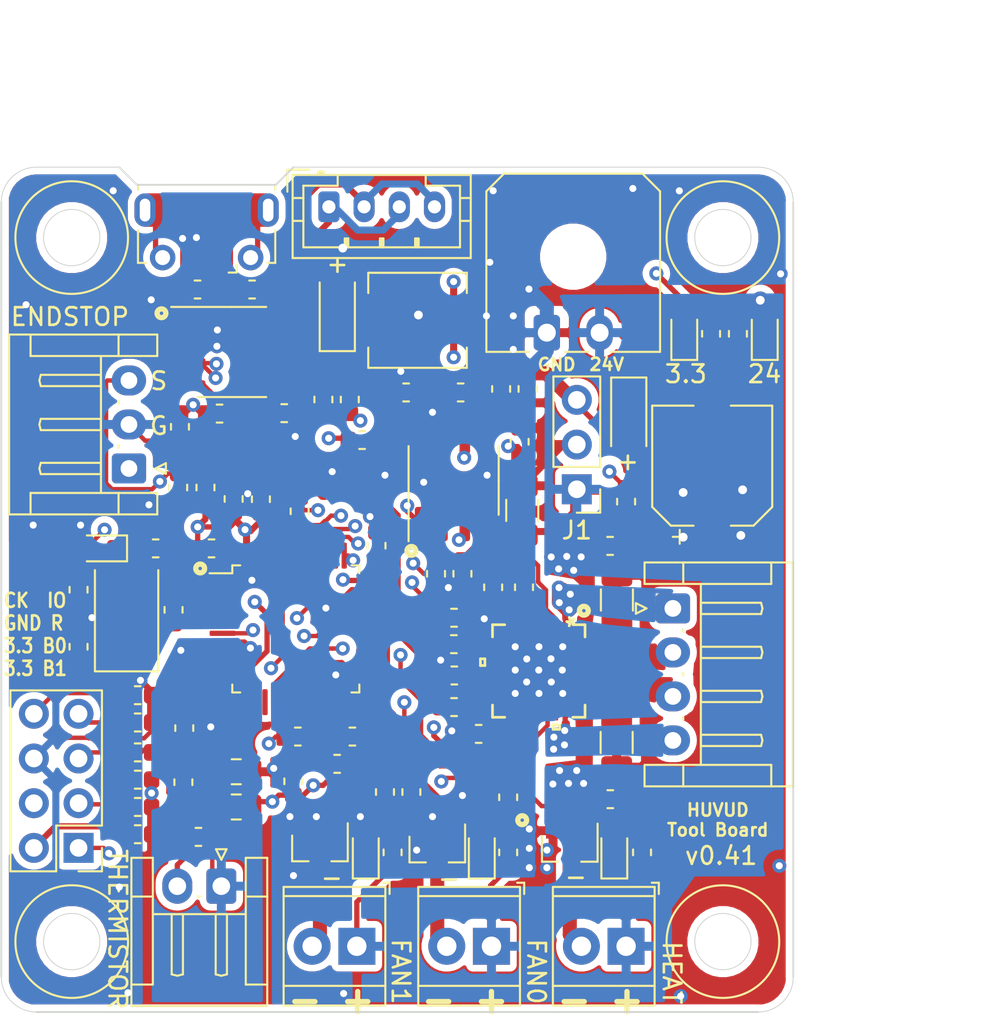
<source format=kicad_pcb>
(kicad_pcb (version 20171130) (host pcbnew "(5.1.5)-3")
  (layers (0 F.Cu signal) (1 In1.Cu signal) (2 In2.Cu signal) (31 B.Cu power) (34 B.Paste user) (35 F.Paste user) (36 B.SilkS user) (37 F.SilkS user) (38 B.Mask user) (39 F.Mask user) (44 Edge.Cuts user))
  (net 0 "")
  (net 1 GNDA)
  (net 2 GND)
  (net 3 ST_VS)
  (net 4 "Net-(C3-Pad1)")
  (net 5 "Net-(C4-Pad1)")
  (net 6 "Net-(C5-Pad1)")
  (net 7 "Net-(C5-Pad2)")
  (net 8 +3V3)
  (net 9 "Net-(C12-Pad2)")
  (net 10 "Net-(C13-Pad2)")
  (net 11 "Net-(D1-Pad1)")
  (net 12 "Net-(D1-Pad2)")
  (net 13 "Net-(D2-Pad1)")
  (net 14 "Net-(D2-Pad2)")
  (net 15 "Net-(D3-Pad2)")
  (net 16 "Net-(D3-Pad1)")
  (net 17 AREF)
  (net 18 THERM)
  (net 19 "Net-(R17-Pad1)")
  (net 20 ST_EN)
  (net 21 HEATER)
  (net 22 ST_STEP)
  (net 23 ST_DIR)
  (net 24 ST_DIAG)
  (net 25 "Net-(D6-Pad1)")
  (net 26 "Net-(D8-Pad1)")
  (net 27 SWCLK)
  (net 28 SWDIO)
  (net 29 "Net-(R6-Pad1)")
  (net 30 CANRX)
  (net 31 CANTX)
  (net 32 "Net-(D5-Pad1)")
  (net 33 ENDSTOP)
  (net 34 LED0)
  (net 35 BRA)
  (net 36 BRB)
  (net 37 "Net-(J9-Pad1)")
  (net 38 "Net-(J9-Pad2)")
  (net 39 "Net-(J9-Pad3)")
  (net 40 "Net-(J9-Pad4)")
  (net 41 ST_UART_TX)
  (net 42 ST_UART_RX)
  (net 43 "Net-(J12-Pad6)")
  (net 44 "Net-(J12-Pad2)")
  (net 45 "Net-(J12-Pad3)")
  (net 46 NRST)
  (net 47 USBDM)
  (net 48 USBDP)
  (net 49 "Net-(C14-Pad1)")
  (net 50 "Net-(C15-Pad1)")
  (net 51 "Net-(R29-Pad2)")
  (net 52 BOOT0)
  (net 53 BOOT1)
  (net 54 /CANH)
  (net 55 /CANL)
  (net 56 "Net-(C21-Pad2)")
  (net 57 "Net-(C21-Pad1)")
  (net 58 "Net-(R30-Pad1)")
  (net 59 "Net-(R32-Pad1)")
  (net 60 FAN0)
  (net 61 FAN1)
  (net 62 "Net-(C25-Pad2)")
  (module Connector_PinHeader_2.54mm:PinHeader_1x03_P2.54mm_Vertical (layer F.Cu) (at 215.7 117.8 180)
    (fp_text reference J1 (at 0 -2.33) (layer F.SilkS))
    (fp_text value PinHeader_1x3_P2.54mm)
    (pad 3 thru_hole oval (at 0 5.08 180) (size 1.7 1.7) (drill 1) (layers *.Cu *.Mask) (net 8 +3V3))
    (pad 2 thru_hole oval (at 0 2.54 180) (size 1.7 1.7) (drill 1) (layers *.Cu *.Mask) (net 2 GND))
    (pad 1 thru_hole rect (at 0 0 180) (size 1.7 1.7) (drill 1) (layers *.Cu *.Mask) (net 3 ST_VS))
  )
  (module Capacitor_SMD:C_0603_1608Metric (layer F.Cu) (at 194.2 137.55 180)
    (fp_text reference C25 hide)
    (fp_text value 4.7uF)
    (pad 2 smd roundrect (at 0.7875 0 180) (size 0.875 0.95) (layers F.Cu F.Paste F.Mask) (net 62 "Net-(C25-Pad2)"))
    (pad 1 smd roundrect (at -0.7875 0 180) (size 0.875 0.95) (layers F.Cu F.Paste F.Mask) (net 1 GNDA))
  )
  (module Resistor_SMD:R_0603_1608Metric (layer F.Cu) (at 211.8 135.3 90)
    (fp_text reference R12 hide)
    (fp_text value 10k)
    (pad 1 smd roundrect (at -0.7875 0 90) (size 0.875 0.95) (layers F.Cu F.Paste F.Mask) (net 2 GND))
    (pad 2 smd roundrect (at 0.7875 0 90) (size 0.875 0.95) (layers F.Cu F.Paste F.Mask) (net 21 HEATER))
  )
  (module Package_TO_SOT_SMD:SOT-23 (layer F.Cu) (at 215.3 138.2 270)
    (fp_text reference Q3 hide)
    (fp_text value AO3400A)
    (pad 3 smd rect (at 1 0 270) (size 0.9 0.8) (layers F.Cu F.Paste F.Mask) (net 16 "Net-(D3-Pad1)"))
    (pad 2 smd rect (at -1 0.95 270) (size 0.9 0.8) (layers F.Cu F.Paste F.Mask) (net 2 GND))
    (pad 1 smd rect (at -1 -0.95 270) (size 0.9 0.8) (layers F.Cu F.Paste F.Mask) (net 21 HEATER))
  )
  (module Huvud:TerminalBlock_TE_282834-2_1x02_P2.54mm_Horizontal (layer F.Cu) (at 203.2 143.764 180)
    (fp_text reference J5 hide)
    (fp_text value FAN1)
    (pad 2 thru_hole circle (at 2.54 0 180) (size 2.1 2.1) (drill 1.1) (layers *.Cu *.Mask) (net 13 "Net-(D2-Pad1)"))
    (pad 1 thru_hole rect (at 0 0 180) (size 2.1 2.1) (drill 1.1) (layers *.Cu *.Mask) (net 3 ST_VS))
  )
  (module Huvud:TerminalBlock_TE_282834-2_1x02_P2.54mm_Horizontal (layer F.Cu) (at 210.85 143.764 180)
    (fp_text reference J4 hide)
    (fp_text value FAN0)
    (pad 2 thru_hole circle (at 2.54 0 180) (size 2.1 2.1) (drill 1.1) (layers *.Cu *.Mask) (net 11 "Net-(D1-Pad1)"))
    (pad 1 thru_hole rect (at 0 0 180) (size 2.1 2.1) (drill 1.1) (layers *.Cu *.Mask) (net 3 ST_VS))
  )
  (module Package_QFP:LQFP-48_7x7mm_P0.5mm (layer F.Cu) (at 199.7336 125.7331)
    (fp_text reference U5 hide)
    (fp_text value STM32F103C8T6)
    (pad 1 smd roundrect (at -4.1625 -2.75) (size 1.475 0.3) (layers F.Cu F.Paste F.Mask) (net 8 +3V3))
    (pad 2 smd roundrect (at -4.1625 -2.25) (size 1.475 0.3) (layers F.Cu F.Paste F.Mask) (net 34 LED0))
    (pad 3 smd roundrect (at -4.1625 -1.75) (size 1.475 0.3) (layers F.Cu F.Paste F.Mask))
    (pad 4 smd roundrect (at -4.1625 -1.25) (size 1.475 0.3) (layers F.Cu F.Paste F.Mask))
    (pad 5 smd roundrect (at -4.1625 -0.75) (size 1.475 0.3) (layers F.Cu F.Paste F.Mask) (net 10 "Net-(C13-Pad2)"))
    (pad 6 smd roundrect (at -4.1625 -0.25) (size 1.475 0.3) (layers F.Cu F.Paste F.Mask) (net 9 "Net-(C12-Pad2)"))
    (pad 7 smd roundrect (at -4.1625 0.25) (size 1.475 0.3) (layers F.Cu F.Paste F.Mask) (net 46 NRST))
    (pad 8 smd roundrect (at -4.1625 0.75) (size 1.475 0.3) (layers F.Cu F.Paste F.Mask) (net 1 GNDA))
    (pad 9 smd roundrect (at -4.1625 1.25) (size 1.475 0.3) (layers F.Cu F.Paste F.Mask) (net 17 AREF))
    (pad 10 smd roundrect (at -4.1625 1.75) (size 1.475 0.3) (layers F.Cu F.Paste F.Mask) (net 18 THERM))
    (pad 11 smd roundrect (at -4.1625 2.25) (size 1.475 0.3) (layers F.Cu F.Paste F.Mask) (net 33 ENDSTOP))
    (pad 12 smd roundrect (at -4.1625 2.75) (size 1.475 0.3) (layers F.Cu F.Paste F.Mask))
    (pad 13 smd roundrect (at -2.75 4.1625) (size 0.3 1.475) (layers F.Cu F.Paste F.Mask))
    (pad 14 smd roundrect (at -2.25 4.1625) (size 0.3 1.475) (layers F.Cu F.Paste F.Mask))
    (pad 15 smd roundrect (at -1.75 4.1625) (size 0.3 1.475) (layers F.Cu F.Paste F.Mask))
    (pad 16 smd roundrect (at -1.25 4.1625) (size 0.3 1.475) (layers F.Cu F.Paste F.Mask) (net 21 HEATER))
    (pad 17 smd roundrect (at -0.75 4.1625) (size 0.3 1.475) (layers F.Cu F.Paste F.Mask) (net 61 FAN1))
    (pad 18 smd roundrect (at -0.25 4.1625) (size 0.3 1.475) (layers F.Cu F.Paste F.Mask))
    (pad 19 smd roundrect (at 0.25 4.1625) (size 0.3 1.475) (layers F.Cu F.Paste F.Mask))
    (pad 20 smd roundrect (at 0.75 4.1625) (size 0.3 1.475) (layers F.Cu F.Paste F.Mask) (net 53 BOOT1))
    (pad 21 smd roundrect (at 1.25 4.1625) (size 0.3 1.475) (layers F.Cu F.Paste F.Mask))
    (pad 22 smd roundrect (at 1.75 4.1625) (size 0.3 1.475) (layers F.Cu F.Paste F.Mask))
    (pad 23 smd roundrect (at 2.25 4.1625) (size 0.3 1.475) (layers F.Cu F.Paste F.Mask) (net 2 GND))
    (pad 24 smd roundrect (at 2.75 4.1625) (size 0.3 1.475) (layers F.Cu F.Paste F.Mask) (net 8 +3V3))
    (pad 25 smd roundrect (at 4.1625 2.75) (size 1.475 0.3) (layers F.Cu F.Paste F.Mask))
    (pad 26 smd roundrect (at 4.1625 2.25) (size 1.475 0.3) (layers F.Cu F.Paste F.Mask))
    (pad 27 smd roundrect (at 4.1625 1.75) (size 1.475 0.3) (layers F.Cu F.Paste F.Mask))
    (pad 28 smd roundrect (at 4.1625 1.25) (size 1.475 0.3) (layers F.Cu F.Paste F.Mask))
    (pad 29 smd roundrect (at 4.1625 0.75) (size 1.475 0.3) (layers F.Cu F.Paste F.Mask) (net 60 FAN0))
    (pad 30 smd roundrect (at 4.1625 0.25) (size 1.475 0.3) (layers F.Cu F.Paste F.Mask) (net 41 ST_UART_TX))
    (pad 31 smd roundrect (at 4.1625 -0.25) (size 1.475 0.3) (layers F.Cu F.Paste F.Mask) (net 42 ST_UART_RX))
    (pad 32 smd roundrect (at 4.1625 -0.75) (size 1.475 0.3) (layers F.Cu F.Paste F.Mask) (net 47 USBDM))
    (pad 33 smd roundrect (at 4.1625 -1.25) (size 1.475 0.3) (layers F.Cu F.Paste F.Mask) (net 48 USBDP))
    (pad 34 smd roundrect (at 4.1625 -1.75) (size 1.475 0.3) (layers F.Cu F.Paste F.Mask) (net 28 SWDIO))
    (pad 35 smd roundrect (at 4.1625 -2.25) (size 1.475 0.3) (layers F.Cu F.Paste F.Mask) (net 2 GND))
    (pad 36 smd roundrect (at 4.1625 -2.75) (size 1.475 0.3) (layers F.Cu F.Paste F.Mask) (net 8 +3V3))
    (pad 37 smd roundrect (at 2.75 -4.1625) (size 0.3 1.475) (layers F.Cu F.Paste F.Mask) (net 27 SWCLK))
    (pad 38 smd roundrect (at 2.25 -4.1625) (size 0.3 1.475) (layers F.Cu F.Paste F.Mask))
    (pad 39 smd roundrect (at 1.75 -4.1625) (size 0.3 1.475) (layers F.Cu F.Paste F.Mask) (net 22 ST_STEP))
    (pad 40 smd roundrect (at 1.25 -4.1625) (size 0.3 1.475) (layers F.Cu F.Paste F.Mask) (net 23 ST_DIR))
    (pad 41 smd roundrect (at 0.75 -4.1625) (size 0.3 1.475) (layers F.Cu F.Paste F.Mask) (net 24 ST_DIAG))
    (pad 42 smd roundrect (at 0.25 -4.1625) (size 0.3 1.475) (layers F.Cu F.Paste F.Mask) (net 20 ST_EN))
    (pad 43 smd roundrect (at -0.25 -4.1625) (size 0.3 1.475) (layers F.Cu F.Paste F.Mask))
    (pad 44 smd roundrect (at -0.75 -4.1625) (size 0.3 1.475) (layers F.Cu F.Paste F.Mask) (net 52 BOOT0))
    (pad 45 smd roundrect (at -1.25 -4.1625) (size 0.3 1.475) (layers F.Cu F.Paste F.Mask) (net 30 CANRX))
    (pad 46 smd roundrect (at -1.75 -4.1625) (size 0.3 1.475) (layers F.Cu F.Paste F.Mask) (net 31 CANTX))
    (pad 47 smd roundrect (at -2.25 -4.1625) (size 0.3 1.475) (layers F.Cu F.Paste F.Mask) (net 2 GND))
    (pad 48 smd roundrect (at -2.75 -4.1625) (size 0.3 1.475) (layers F.Cu F.Paste F.Mask) (net 8 +3V3))
  )
  (module Connector_JST:JST_PH_B4B-PH-K_1x04_P2.00mm_Vertical (layer F.Cu) (at 201.6125 101.7524)
    (fp_text reference J10 hide)
    (fp_text value JST_PH)
    (pad 4 thru_hole oval (at 6 0) (size 1.2 1.75) (drill 0.75) (layers *.Cu *.Mask) (net 54 /CANH))
    (pad 3 thru_hole oval (at 4 0) (size 1.2 1.75) (drill 0.75) (layers *.Cu *.Mask) (net 55 /CANL))
    (pad 2 thru_hole oval (at 2 0) (size 1.2 1.75) (drill 0.75) (layers *.Cu *.Mask) (net 54 /CANH))
    (pad 1 thru_hole roundrect (at 0 0) (size 1.2 1.75) (drill 0.75) (layers *.Cu *.Mask) (roundrect_rratio 0.208333) (net 55 /CANL))
  )
  (module LED_SMD:LED_0603_1608Metric (layer F.Cu) (at 226.3775 108.966 90)
    (fp_text reference D6 hide)
    (fp_text value LEDRED)
    (pad 1 smd roundrect (at -0.7875 0 90) (size 0.875 0.95) (layers F.Cu F.Paste F.Mask) (net 25 "Net-(D6-Pad1)"))
    (pad 2 smd roundrect (at 0.7875 0 90) (size 0.875 0.95) (layers F.Cu F.Paste F.Mask) (net 3 ST_VS))
  )
  (module Capacitor_SMD:C_0603_1608Metric (layer F.Cu) (at 210.947 123.3678 90)
    (fp_text reference C3 hide)
    (fp_text value 0.1uF)
    (pad 2 smd roundrect (at 0.7875 0 90) (size 0.875 0.95) (layers F.Cu F.Paste F.Mask) (net 3 ST_VS))
    (pad 1 smd roundrect (at -0.7875 0 90) (size 0.875 0.95) (layers F.Cu F.Paste F.Mask) (net 4 "Net-(C3-Pad1)"))
  )
  (module Capacitor_SMD:C_0603_1608Metric (layer F.Cu) (at 208.7118 126.6008 180)
    (fp_text reference C4 hide)
    (fp_text value 4.7uF)
    (pad 1 smd roundrect (at -0.7875 0 180) (size 0.875 0.95) (layers F.Cu F.Paste F.Mask) (net 5 "Net-(C4-Pad1)"))
    (pad 2 smd roundrect (at 0.7875 0 180) (size 0.875 0.95) (layers F.Cu F.Paste F.Mask) (net 2 GND))
  )
  (module Capacitor_SMD:C_0603_1608Metric (layer F.Cu) (at 212.6996 123.3678 90)
    (fp_text reference C5 hide)
    (fp_text value 22nf/50V)
    (pad 1 smd roundrect (at -0.7875 0 90) (size 0.875 0.95) (layers F.Cu F.Paste F.Mask) (net 6 "Net-(C5-Pad1)"))
    (pad 2 smd roundrect (at 0.7875 0 90) (size 0.875 0.95) (layers F.Cu F.Paste F.Mask) (net 7 "Net-(C5-Pad2)"))
  )
  (module Capacitor_SMD:C_0603_1608Metric (layer F.Cu) (at 217.59164 121.0183)
    (fp_text reference C6 hide)
    (fp_text value 0.1uF)
    (pad 2 smd roundrect (at 0.7875 0) (size 0.875 0.95) (layers F.Cu F.Paste F.Mask) (net 2 GND))
    (pad 1 smd roundrect (at -0.7875 0) (size 0.875 0.95) (layers F.Cu F.Paste F.Mask) (net 3 ST_VS))
  )
  (module Capacitor_SMD:C_0603_1608Metric (layer F.Cu) (at 217.6018 135.4074)
    (fp_text reference C7 hide)
    (fp_text value 0.1uF)
    (pad 2 smd roundrect (at 0.7875 0) (size 0.875 0.95) (layers F.Cu F.Paste F.Mask) (net 2 GND))
    (pad 1 smd roundrect (at -0.7875 0) (size 0.875 0.95) (layers F.Cu F.Paste F.Mask) (net 3 ST_VS))
  )
  (module Capacitor_SMD:C_0603_1608Metric (layer F.Cu) (at 210.1215 131.699)
    (fp_text reference C9 hide)
    (fp_text value 0.1uF)
    (pad 2 smd roundrect (at 0.7875 0) (size 0.875 0.95) (layers F.Cu F.Paste F.Mask) (net 8 +3V3))
    (pad 1 smd roundrect (at -0.7875 0) (size 0.875 0.95) (layers F.Cu F.Paste F.Mask) (net 2 GND))
  )
  (module Capacitor_SMD:C_0603_1608Metric (layer F.Cu) (at 202.0824 133.4008 180)
    (fp_text reference C10 hide)
    (fp_text value 0.1uF)
    (pad 1 smd roundrect (at -0.7875 0 180) (size 0.875 0.95) (layers F.Cu F.Paste F.Mask) (net 8 +3V3))
    (pad 2 smd roundrect (at 0.7875 0 180) (size 0.875 0.95) (layers F.Cu F.Paste F.Mask) (net 2 GND))
  )
  (module Capacitor_SMD:C_0603_1608Metric (layer F.Cu) (at 199.5932 134.3915 270)
    (fp_text reference C11 hide)
    (fp_text value 0.1uF)
    (pad 1 smd roundrect (at -0.7875 0 270) (size 0.875 0.95) (layers F.Cu F.Paste F.Mask) (net 2 GND))
    (pad 2 smd roundrect (at 0.7875 0 270) (size 0.875 0.95) (layers F.Cu F.Paste F.Mask) (net 8 +3V3))
  )
  (module Capacitor_SMD:C_0603_1608Metric (layer F.Cu) (at 187.3885 126.746 270)
    (fp_text reference C12 hide)
    (fp_text value 22pF)
    (pad 2 smd roundrect (at 0.7875 0 270) (size 0.875 0.95) (layers F.Cu F.Paste F.Mask) (net 9 "Net-(C12-Pad2)"))
    (pad 1 smd roundrect (at -0.7875 0 270) (size 0.875 0.95) (layers F.Cu F.Paste F.Mask) (net 2 GND))
  )
  (module Capacitor_SMD:C_0603_1608Metric (layer F.Cu) (at 187.3885 123.5075 90)
    (fp_text reference C13 hide)
    (fp_text value 22pF)
    (pad 2 smd roundrect (at 0.7875 0 90) (size 0.875 0.95) (layers F.Cu F.Paste F.Mask) (net 10 "Net-(C13-Pad2)"))
    (pad 1 smd roundrect (at -0.7875 0 90) (size 0.875 0.95) (layers F.Cu F.Paste F.Mask) (net 2 GND))
  )
  (module Capacitor_SMD:C_0603_1608Metric (layer F.Cu) (at 204.3176 121.0056 90)
    (fp_text reference C17 hide)
    (fp_text value 0.1uF)
    (pad 2 smd roundrect (at 0.7875 0 90) (size 0.875 0.95) (layers F.Cu F.Paste F.Mask) (net 2 GND))
    (pad 1 smd roundrect (at -0.7875 0 90) (size 0.875 0.95) (layers F.Cu F.Paste F.Mask) (net 8 +3V3))
  )
  (module Capacitor_SMD:C_0603_1608Metric (layer F.Cu) (at 196.2 118.35 90)
    (fp_text reference C18 hide)
    (fp_text value 0.1uF)
    (pad 1 smd roundrect (at -0.7875 0 90) (size 0.875 0.95) (layers F.Cu F.Paste F.Mask) (net 8 +3V3))
    (pad 2 smd roundrect (at 0.7875 0 90) (size 0.875 0.95) (layers F.Cu F.Paste F.Mask) (net 2 GND))
  )
  (module Capacitor_SMD:C_0603_1608Metric (layer F.Cu) (at 190.75 134.3 180)
    (fp_text reference C19 hide)
    (fp_text value 0.1uF)
    (pad 1 smd roundrect (at -0.7875 0 180) (size 0.875 0.95) (layers F.Cu F.Paste F.Mask) (net 2 GND))
    (pad 2 smd roundrect (at 0.7875 0 180) (size 0.875 0.95) (layers F.Cu F.Paste F.Mask) (net 46 NRST))
  )
  (module LED_SMD:LED_0603_1608Metric (layer F.Cu) (at 210.3 138.43 90)
    (fp_text reference D1 hide)
    (fp_text value LEDGR)
    (pad 1 smd roundrect (at -0.7875 0 90) (size 0.875 0.95) (layers F.Cu F.Paste F.Mask) (net 11 "Net-(D1-Pad1)"))
    (pad 2 smd roundrect (at 0.7875 0 90) (size 0.875 0.95) (layers F.Cu F.Paste F.Mask) (net 12 "Net-(D1-Pad2)"))
  )
  (module LED_SMD:LED_0603_1608Metric (layer F.Cu) (at 203.708 138.43 90)
    (fp_text reference D2 hide)
    (fp_text value LEDGR)
    (pad 1 smd roundrect (at -0.7875 0 90) (size 0.875 0.95) (layers F.Cu F.Paste F.Mask) (net 13 "Net-(D2-Pad1)"))
    (pad 2 smd roundrect (at 0.7875 0 90) (size 0.875 0.95) (layers F.Cu F.Paste F.Mask) (net 14 "Net-(D2-Pad2)"))
  )
  (module LED_SMD:LED_0603_1608Metric (layer F.Cu) (at 217.8304 138.43 90)
    (fp_text reference D3 hide)
    (fp_text value LEDGR)
    (pad 2 smd roundrect (at 0.7875 0 90) (size 0.875 0.95) (layers F.Cu F.Paste F.Mask) (net 15 "Net-(D3-Pad2)"))
    (pad 1 smd roundrect (at -0.7875 0 90) (size 0.875 0.95) (layers F.Cu F.Paste F.Mask) (net 16 "Net-(D3-Pad1)"))
  )
  (module Connector_JST:JST_EH_S2B-EH_1x02_P2.50mm_Horizontal (layer F.Cu) (at 195.5 140.35 180)
    (fp_text reference J3 hide)
    (fp_text value JST_EH_1x2_P2.50mm_Horizontal)
    (pad 1 thru_hole roundrect (at 0 0 180) (size 1.7 2) (drill 1) (layers *.Cu *.Mask) (roundrect_rratio 0.147059) (net 1 GNDA))
    (pad 2 thru_hole oval (at 2.5 0 180) (size 1.7 2) (drill 1) (layers *.Cu *.Mask) (net 62 "Net-(C25-Pad2)"))
  )
  (module Connector_Molex:Molex_Micro-Fit_3.0_43650-0200_1x02_P3.00mm_Horizontal (layer F.Cu) (at 213.995 108.9025)
    (fp_text reference J8 hide)
    (fp_text value Conn_01x02)
    (pad "" np_thru_hole circle (at 1.5 -4.32) (size 3 3) (drill 3) (layers *.Cu *.Mask))
    (pad 1 thru_hole roundrect (at 0 0) (size 1.5 2.02) (drill 1.02) (layers *.Cu *.Mask) (roundrect_rratio 0.166667) (net 2 GND))
    (pad 2 thru_hole oval (at 3 0) (size 1.5 2.02) (drill 1.02) (layers *.Cu *.Mask) (net 3 ST_VS))
  )
  (module Connector_JST:JST_EH_S4B-EH_1x04_P2.50mm_Horizontal (layer F.Cu) (at 221.1578 124.5688 270)
    (fp_text reference J9 hide)
    (fp_text value JST_EH_1x4_P2.50mm_Horizontal)
    (pad 1 thru_hole roundrect (at 0 0 270) (size 1.7 1.95) (drill 0.95) (layers *.Cu *.Mask) (roundrect_rratio 0.147059) (net 37 "Net-(J9-Pad1)"))
    (pad 2 thru_hole oval (at 2.5 0 270) (size 1.7 1.95) (drill 0.95) (layers *.Cu *.Mask) (net 38 "Net-(J9-Pad2)"))
    (pad 3 thru_hole oval (at 5 0 270) (size 1.7 1.95) (drill 0.95) (layers *.Cu *.Mask) (net 39 "Net-(J9-Pad3)"))
    (pad 4 thru_hole oval (at 7.5 0 270) (size 1.7 1.95) (drill 0.95) (layers *.Cu *.Mask) (net 40 "Net-(J9-Pad4)"))
  )
  (module Package_TO_SOT_SMD:SOT-23 (layer F.Cu) (at 207.772 138.2395 270)
    (fp_text reference Q1 hide)
    (fp_text value AO3400A)
    (pad 3 smd rect (at 1 0 270) (size 0.9 0.8) (layers F.Cu F.Paste F.Mask) (net 11 "Net-(D1-Pad1)"))
    (pad 2 smd rect (at -1 0.95 270) (size 0.9 0.8) (layers F.Cu F.Paste F.Mask) (net 2 GND))
    (pad 1 smd rect (at -1 -0.95 270) (size 0.9 0.8) (layers F.Cu F.Paste F.Mask) (net 60 FAN0))
  )
  (module Package_TO_SOT_SMD:SOT-23 (layer F.Cu) (at 201.1045 138.176 270)
    (fp_text reference Q2 hide)
    (fp_text value AO3400A)
    (pad 1 smd rect (at -1 -0.95 270) (size 0.9 0.8) (layers F.Cu F.Paste F.Mask) (net 61 FAN1))
    (pad 2 smd rect (at -1 0.95 270) (size 0.9 0.8) (layers F.Cu F.Paste F.Mask) (net 2 GND))
    (pad 3 smd rect (at 1 0 270) (size 0.9 0.8) (layers F.Cu F.Paste F.Mask) (net 13 "Net-(D2-Pad1)"))
  )
  (module Resistor_SMD:R_0603_1608Metric (layer F.Cu) (at 190.75 132.75 180)
    (fp_text reference R1 hide)
    (fp_text value 4.7k)
    (pad 2 smd roundrect (at 0.7875 0 180) (size 0.875 0.95) (layers F.Cu F.Paste F.Mask) (net 46 NRST))
    (pad 1 smd roundrect (at -0.7875 0 180) (size 0.875 0.95) (layers F.Cu F.Paste F.Mask) (net 8 +3V3))
  )
  (module Resistor_SMD:R_0603_1608Metric (layer F.Cu) (at 193.3448 134.4423 90)
    (fp_text reference R2 hide)
    (fp_text value 4.7k)
    (pad 1 smd roundrect (at -0.7875 0 90) (size 0.875 0.95) (layers F.Cu F.Paste F.Mask) (net 62 "Net-(C25-Pad2)"))
    (pad 2 smd roundrect (at 0.7875 0 90) (size 0.875 0.95) (layers F.Cu F.Paste F.Mask) (net 17 AREF))
  )
  (module Resistor_SMD:R_0603_1608Metric (layer F.Cu) (at 193.3956 131.3688 270)
    (fp_text reference R5 hide)
    (fp_text value 10k)
    (pad 2 smd roundrect (at 0.7875 0 270) (size 0.875 0.95) (layers F.Cu F.Paste F.Mask) (net 62 "Net-(C25-Pad2)"))
    (pad 1 smd roundrect (at -0.7875 0 270) (size 0.875 0.95) (layers F.Cu F.Paste F.Mask) (net 18 THERM))
  )
  (module Resistor_SMD:R_0603_1608Metric (layer F.Cu) (at 206.3 135 90)
    (fp_text reference R8 hide)
    (fp_text value 10k)
    (pad 2 smd roundrect (at 0.7875 0 90) (size 0.875 0.95) (layers F.Cu F.Paste F.Mask) (net 60 FAN0))
    (pad 1 smd roundrect (at -0.7875 0 90) (size 0.875 0.95) (layers F.Cu F.Paste F.Mask) (net 2 GND))
  )
  (module Resistor_SMD:R_0603_1608Metric (layer F.Cu) (at 192.786 124.6505 90)
    (fp_text reference R9 hide)
    (fp_text value 1M)
    (pad 1 smd roundrect (at -0.7875 0 90) (size 0.875 0.95) (layers F.Cu F.Paste F.Mask) (net 9 "Net-(C12-Pad2)"))
    (pad 2 smd roundrect (at 0.7875 0 90) (size 0.875 0.95) (layers F.Cu F.Paste F.Mask) (net 10 "Net-(C13-Pad2)"))
  )
  (module Resistor_SMD:R_0603_1608Metric (layer F.Cu) (at 204.8 135 90)
    (fp_text reference R10 hide)
    (fp_text value 10k)
    (pad 2 smd roundrect (at 0.7875 0 90) (size 0.875 0.95) (layers F.Cu F.Paste F.Mask) (net 61 FAN1))
    (pad 1 smd roundrect (at -0.7875 0 90) (size 0.875 0.95) (layers F.Cu F.Paste F.Mask) (net 2 GND))
  )
  (module Resistor_SMD:R_0603_1608Metric (layer F.Cu) (at 211.8 138.43 90)
    (fp_text reference R13 hide)
    (fp_text value 10k)
    (pad 1 smd roundrect (at -0.7875 0 90) (size 0.875 0.95) (layers F.Cu F.Paste F.Mask) (net 3 ST_VS))
    (pad 2 smd roundrect (at 0.7875 0 90) (size 0.875 0.95) (layers F.Cu F.Paste F.Mask) (net 12 "Net-(D1-Pad2)"))
  )
  (module Resistor_SMD:R_0603_1608Metric (layer F.Cu) (at 205.232 138.43 90)
    (fp_text reference R14 hide)
    (fp_text value 10k)
    (pad 2 smd roundrect (at 0.7875 0 90) (size 0.875 0.95) (layers F.Cu F.Paste F.Mask) (net 14 "Net-(D2-Pad2)"))
    (pad 1 smd roundrect (at -0.7875 0 90) (size 0.875 0.95) (layers F.Cu F.Paste F.Mask) (net 3 ST_VS))
  )
  (module Resistor_SMD:R_0603_1608Metric (layer F.Cu) (at 219.4052 138.43 90)
    (fp_text reference R15 hide)
    (fp_text value 10k)
    (pad 1 smd roundrect (at -0.7875 0 90) (size 0.875 0.95) (layers F.Cu F.Paste F.Mask) (net 3 ST_VS))
    (pad 2 smd roundrect (at 0.7875 0 90) (size 0.875 0.95) (layers F.Cu F.Paste F.Mask) (net 15 "Net-(D3-Pad2)"))
  )
  (module Resistor_SMD:R_0603_1608Metric (layer F.Cu) (at 208.7373 128.3788 180)
    (fp_text reference R17 hide)
    (fp_text value 20k)
    (pad 1 smd roundrect (at -0.7875 0 180) (size 0.875 0.95) (layers F.Cu F.Paste F.Mask) (net 19 "Net-(R17-Pad1)"))
    (pad 2 smd roundrect (at 0.7875 0 180) (size 0.875 0.95) (layers F.Cu F.Paste F.Mask) (net 2 GND))
  )
  (module Resistor_SMD:R_0603_1608Metric (layer F.Cu) (at 199.95 119.05 270)
    (fp_text reference R18 hide)
    (fp_text value 20k)
    (pad 2 smd roundrect (at 0.7875 0 270) (size 0.875 0.95) (layers F.Cu F.Paste F.Mask) (net 20 ST_EN))
    (pad 1 smd roundrect (at -0.7875 0 270) (size 0.875 0.95) (layers F.Cu F.Paste F.Mask) (net 8 +3V3))
  )
  (module TMC2209:TMC2209-LA (layer F.Cu) (at 213.5378 128.1248 270)
    (fp_text reference U2 hide)
    (fp_text value TMC2209-LA hide)
    (fp_text user * (at -2.8067 -2.131 90) (layer F.SilkS))
    (fp_text user * (at -2.8067 -2.131 90) (layer F.SilkS))
    (pad 1 smd rect (at -2.4257 -1.5) (size 0.2032 0.762) (layers F.Cu F.Paste F.Mask) (net 37 "Net-(J9-Pad1)"))
    (pad 2 smd rect (at -2.4257 -1.000001) (size 0.2032 0.762) (layers F.Cu F.Paste F.Mask) (net 20 ST_EN))
    (pad 3 smd rect (at -2.4257 -0.499999) (size 0.2032 0.762) (layers F.Cu F.Paste F.Mask) (net 2 GND))
    (pad 4 smd rect (at -2.4257 0) (size 0.2032 0.762) (layers F.Cu F.Paste F.Mask) (net 7 "Net-(C5-Pad2)"))
    (pad 5 smd rect (at -2.4257 0.499999) (size 0.2032 0.762) (layers F.Cu F.Paste F.Mask) (net 6 "Net-(C5-Pad1)"))
    (pad 6 smd rect (at -2.4257 1.000001) (size 0.2032 0.762) (layers F.Cu F.Paste F.Mask) (net 4 "Net-(C3-Pad1)"))
    (pad 7 smd rect (at -2.4257 1.5) (size 0.2032 0.762) (layers F.Cu F.Paste F.Mask) (net 2 GND))
    (pad 8 smd rect (at -1.5 2.4257 270) (size 0.2032 0.762) (layers F.Cu F.Paste F.Mask) (net 5 "Net-(C4-Pad1)"))
    (pad 9 smd rect (at -1.000001 2.4257 270) (size 0.2032 0.762) (layers F.Cu F.Paste F.Mask) (net 2 GND))
    (pad 10 smd rect (at -0.499999 2.4257 270) (size 0.2032 0.762) (layers F.Cu F.Paste F.Mask) (net 2 GND))
    (pad 11 smd rect (at 0 2.4257 270) (size 0.2032 0.762) (layers F.Cu F.Paste F.Mask) (net 24 ST_DIAG))
    (pad 12 smd rect (at 0.499999 2.4257 270) (size 0.2032 0.762) (layers F.Cu F.Paste F.Mask))
    (pad 13 smd rect (at 1.000001 2.4257 270) (size 0.2032 0.762) (layers F.Cu F.Paste F.Mask) (net 19 "Net-(R17-Pad1)"))
    (pad 14 smd rect (at 1.5 2.4257 270) (size 0.2032 0.762) (layers F.Cu F.Paste F.Mask) (net 42 ST_UART_RX))
    (pad 15 smd rect (at 2.4257 1.5) (size 0.2032 0.762) (layers F.Cu F.Paste F.Mask) (net 8 +3V3))
    (pad 16 smd rect (at 2.4257 1.000001) (size 0.2032 0.762) (layers F.Cu F.Paste F.Mask) (net 22 ST_STEP))
    (pad 17 smd rect (at 2.4257 0.499999) (size 0.2032 0.762) (layers F.Cu F.Paste F.Mask))
    (pad 18 smd rect (at 2.4257 0) (size 0.2032 0.762) (layers F.Cu F.Paste F.Mask) (net 2 GND))
    (pad 19 smd rect (at 2.4257 -0.499999) (size 0.2032 0.762) (layers F.Cu F.Paste F.Mask) (net 23 ST_DIR))
    (pad 20 smd rect (at 2.4257 -1.000001) (size 0.2032 0.762) (layers F.Cu F.Paste F.Mask) (net 2 GND))
    (pad 21 smd rect (at 2.4257 -1.5) (size 0.2032 0.762) (layers F.Cu F.Paste F.Mask) (net 40 "Net-(J9-Pad4)"))
    (pad 22 smd rect (at 1.5 -2.4257 270) (size 0.2032 0.762) (layers F.Cu F.Paste F.Mask) (net 3 ST_VS))
    (pad 23 smd rect (at 1.000001 -2.4257 270) (size 0.2032 0.762) (layers F.Cu F.Paste F.Mask) (net 35 BRA))
    (pad 24 smd rect (at 0.499999 -2.4257 270) (size 0.2032 0.762) (layers F.Cu F.Paste F.Mask) (net 39 "Net-(J9-Pad3)"))
    (pad 25 smd rect (at 0 -2.4257 270) (size 0.2032 0.762) (layers F.Cu F.Paste F.Mask))
    (pad 26 smd rect (at -0.499999 -2.4257 270) (size 0.2032 0.762) (layers F.Cu F.Paste F.Mask) (net 38 "Net-(J9-Pad2)"))
    (pad 27 smd rect (at -1.000001 -2.4257 270) (size 0.2032 0.762) (layers F.Cu F.Paste F.Mask) (net 36 BRB))
    (pad 28 smd rect (at -1.5 -2.4257 270) (size 0.2032 0.762) (layers F.Cu F.Paste F.Mask) (net 3 ST_VS))
    (pad 29 smd rect (at 0 0 270) (size 3.8 3.8) (layers F.Cu F.Paste F.Mask) (net 2 GND))
  )
  (module Crystal:Crystal_SMD_5032-2Pin_5.0x3.2mm (layer F.Cu) (at 190.119 125.095 90)
    (fp_text reference Y1 hide)
    (fp_text value 8Mhz)
    (pad 1 smd rect (at -1.85 0 90) (size 2 2.4) (layers F.Cu F.Paste F.Mask) (net 9 "Net-(C12-Pad2)"))
    (pad 2 smd rect (at 1.85 0 90) (size 2 2.4) (layers F.Cu F.Paste F.Mask) (net 10 "Net-(C13-Pad2)"))
  )
  (module LED_SMD:LED_0603_1608Metric (layer F.Cu) (at 221.8055 108.966 90)
    (fp_text reference D8 hide)
    (fp_text value LEDRED)
    (pad 1 smd roundrect (at -0.7875 0 90) (size 0.875 0.95) (layers F.Cu F.Paste F.Mask) (net 26 "Net-(D8-Pad1)"))
    (pad 2 smd roundrect (at 0.7875 0 90) (size 0.875 0.95) (layers F.Cu F.Paste F.Mask) (net 8 +3V3))
  )
  (module Resistor_SMD:R_0603_1608Metric (layer F.Cu) (at 224.8535 108.966 90)
    (fp_text reference R11 hide)
    (fp_text value 10k)
    (pad 1 smd roundrect (at -0.7875 0 90) (size 0.875 0.95) (layers F.Cu F.Paste F.Mask) (net 25 "Net-(D6-Pad1)"))
    (pad 2 smd roundrect (at 0.7875 0 90) (size 0.875 0.95) (layers F.Cu F.Paste F.Mask) (net 2 GND))
  )
  (module Resistor_SMD:R_0603_1608Metric (layer F.Cu) (at 223.3295 108.966 90)
    (fp_text reference R20 hide)
    (fp_text value 470)
    (pad 1 smd roundrect (at -0.7875 0 90) (size 0.875 0.95) (layers F.Cu F.Paste F.Mask) (net 26 "Net-(D8-Pad1)"))
    (pad 2 smd roundrect (at 0.7875 0 90) (size 0.875 0.95) (layers F.Cu F.Paste F.Mask) (net 2 GND))
  )
  (module Capacitor_SMD:C_0603_1608Metric (layer F.Cu) (at 197.75 118.364 90)
    (fp_text reference C1 hide)
    (fp_text value 4.7uF)
    (pad 1 smd roundrect (at -0.7875 0 90) (size 0.875 0.95) (layers F.Cu F.Paste F.Mask) (net 8 +3V3))
    (pad 2 smd roundrect (at 0.7875 0 90) (size 0.875 0.95) (layers F.Cu F.Paste F.Mask) (net 2 GND))
  )
  (module Capacitor_SMD:C_0603_1608Metric (layer F.Cu) (at 190.75 137.4)
    (fp_text reference C24 hide)
    (fp_text value 0.1uF)
    (pad 1 smd roundrect (at -0.7875 0) (size 0.875 0.95) (layers F.Cu F.Paste F.Mask) (net 8 +3V3))
    (pad 2 smd roundrect (at 0.7875 0) (size 0.875 0.95) (layers F.Cu F.Paste F.Mask) (net 2 GND))
  )
  (module Resistor_SMD:R_0603_1608Metric (layer F.Cu) (at 190.75 129.5 180)
    (fp_text reference R21 hide)
    (fp_text value 10k)
    (pad 1 smd roundrect (at -0.7875 0 180) (size 0.875 0.95) (layers F.Cu F.Paste F.Mask) (net 2 GND))
    (pad 2 smd roundrect (at 0.7875 0 180) (size 0.875 0.95) (layers F.Cu F.Paste F.Mask) (net 27 SWCLK))
  )
  (module Resistor_SMD:R_0603_1608Metric (layer F.Cu) (at 190.75 131.05)
    (fp_text reference R22 hide)
    (fp_text value 10k)
    (pad 2 smd roundrect (at 0.7875 0) (size 0.875 0.95) (layers F.Cu F.Paste F.Mask) (net 2 GND))
    (pad 1 smd roundrect (at -0.7875 0) (size 0.875 0.95) (layers F.Cu F.Paste F.Mask) (net 28 SWDIO))
  )
  (module Resistor_SMD:R_0603_1608Metric (layer F.Cu) (at 190.75 135.85 180)
    (fp_text reference R23 hide)
    (fp_text value 10k)
    (pad 1 smd roundrect (at -0.7875 0 180) (size 0.875 0.95) (layers F.Cu F.Paste F.Mask) (net 2 GND))
    (pad 2 smd roundrect (at 0.7875 0 180) (size 0.875 0.95) (layers F.Cu F.Paste F.Mask) (net 52 BOOT0))
  )
  (module Capacitor_SMD:C_0603_1608Metric (layer F.Cu) (at 194.945 121.158)
    (fp_text reference C26 hide)
    (fp_text value 0.1uF)
    (pad 1 smd roundrect (at -0.7875 0) (size 0.875 0.95) (layers F.Cu F.Paste F.Mask) (net 8 +3V3))
    (pad 2 smd roundrect (at 0.7875 0) (size 0.875 0.95) (layers F.Cu F.Paste F.Mask) (net 2 GND))
  )
  (module Capacitor_SMD:C_0603_1608Metric (layer F.Cu) (at 202.946 131.85 180)
    (fp_text reference C27 hide)
    (fp_text value 4.7uF)
    (pad 1 smd roundrect (at -0.7875 0 180) (size 0.875 0.95) (layers F.Cu F.Paste F.Mask) (net 8 +3V3))
    (pad 2 smd roundrect (at 0.7875 0 180) (size 0.875 0.95) (layers F.Cu F.Paste F.Mask) (net 2 GND))
  )
  (module Package_SO:SOIC-8_3.9x4.9mm_P1.27mm (layer F.Cu) (at 196.1 110)
    (fp_text reference U6 hide)
    (fp_text value SN65HVD230)
    (pad 1 smd roundrect (at -2.475 -1.905) (size 1.95 0.6) (layers F.Cu F.Paste F.Mask) (net 31 CANTX))
    (pad 2 smd roundrect (at -2.475 -0.635) (size 1.95 0.6) (layers F.Cu F.Paste F.Mask) (net 2 GND))
    (pad 3 smd roundrect (at -2.475 0.635) (size 1.95 0.6) (layers F.Cu F.Paste F.Mask) (net 8 +3V3))
    (pad 4 smd roundrect (at -2.475 1.905) (size 1.95 0.6) (layers F.Cu F.Paste F.Mask) (net 30 CANRX))
    (pad 5 smd roundrect (at 2.475 1.905) (size 1.95 0.6) (layers F.Cu F.Paste F.Mask))
    (pad 6 smd roundrect (at 2.475 0.635) (size 1.95 0.6) (layers F.Cu F.Paste F.Mask) (net 55 /CANL))
    (pad 7 smd roundrect (at 2.475 -0.635) (size 1.95 0.6) (layers F.Cu F.Paste F.Mask) (net 54 /CANH))
    (pad 8 smd roundrect (at 2.475 -1.905) (size 1.95 0.6) (layers F.Cu F.Paste F.Mask) (net 29 "Net-(R6-Pad1)"))
  )
  (module Capacitor_SMD:C_0603_1608Metric (layer F.Cu) (at 193.15 114.25 90)
    (fp_text reference C28 hide)
    (fp_text value 0.1uF)
    (pad 1 smd roundrect (at -0.7875 0 90) (size 0.875 0.95) (layers F.Cu F.Paste F.Mask) (net 2 GND))
    (pad 2 smd roundrect (at 0.7875 0 90) (size 0.875 0.95) (layers F.Cu F.Paste F.Mask) (net 8 +3V3))
  )
  (module Resistor_SMD:R_0603_1608Metric (layer F.Cu) (at 199.075 113.475)
    (fp_text reference R6 hide)
    (fp_text value 1k)
    (pad 1 smd roundrect (at -0.7875 0) (size 0.875 0.95) (layers F.Cu F.Paste F.Mask) (net 29 "Net-(R6-Pad1)"))
    (pad 2 smd roundrect (at 0.7875 0) (size 0.875 0.95) (layers F.Cu F.Paste F.Mask) (net 2 GND))
  )
  (module Inductor_SMD:L_0805_2012Metric (layer F.Cu) (at 196.35 135.85 180)
    (fp_text reference L1 hide)
    (fp_text value 22uH)
    (pad 2 smd roundrect (at 0.9375 0 180) (size 0.975 1.4) (layers F.Cu F.Paste F.Mask) (net 17 AREF))
    (pad 1 smd roundrect (at -0.9375 0 180) (size 0.975 1.4) (layers F.Cu F.Paste F.Mask) (net 8 +3V3))
  )
  (module Inductor_SMD:L_0805_2012Metric (layer F.Cu) (at 196.35 133.85 180)
    (fp_text reference L2 hide)
    (fp_text value 22uH)
    (pad 1 smd roundrect (at -0.9375 0 180) (size 0.975 1.4) (layers F.Cu F.Paste F.Mask) (net 2 GND))
    (pad 2 smd roundrect (at 0.9375 0 180) (size 0.975 1.4) (layers F.Cu F.Paste F.Mask) (net 1 GNDA))
  )
  (module Huvud:TerminalBlock_TE_282834-2_1x02_P2.54mm_Horizontal (layer F.Cu) (at 218.5 143.764 180)
    (fp_text reference J6 hide)
    (fp_text value Heater)
    (pad 1 thru_hole rect (at 0 0 180) (size 2.1 2.1) (drill 1.1) (layers *.Cu *.Mask) (net 3 ST_VS))
    (pad 2 thru_hole circle (at 2.54 0 180) (size 2.1 2.1) (drill 1.1) (layers *.Cu *.Mask) (net 16 "Net-(D3-Pad1)"))
  )
  (module Diode_SMD:D_SOD-123 (layer F.Cu) (at 218.65 113.7 270)
    (fp_text reference D4 hide)
    (fp_text value B5819W)
    (pad 1 smd rect (at -1.65 0 270) (size 0.9 1.2) (layers F.Cu F.Paste F.Mask) (net 3 ST_VS))
    (pad 2 smd rect (at 1.65 0 270) (size 0.9 1.2) (layers F.Cu F.Paste F.Mask) (net 8 +3V3))
  )
  (module LED_SMD:LED_0603_1608Metric (layer F.Cu) (at 188.6585 121.158 180)
    (fp_text reference D5 hide)
    (fp_text value LEDRED)
    (pad 1 smd roundrect (at -0.7875 0 180) (size 0.875 0.95) (layers F.Cu F.Paste F.Mask) (net 32 "Net-(D5-Pad1)"))
    (pad 2 smd roundrect (at 0.7875 0 180) (size 0.875 0.95) (layers F.Cu F.Paste F.Mask) (net 8 +3V3))
  )
  (module Resistor_SMD:R_0603_1608Metric (layer F.Cu) (at 191.77 121.158 180)
    (fp_text reference R3 hide)
    (fp_text value 470)
    (pad 1 smd roundrect (at -0.7875 0 180) (size 0.875 0.95) (layers F.Cu F.Paste F.Mask) (net 34 LED0))
    (pad 2 smd roundrect (at 0.7875 0 180) (size 0.875 0.95) (layers F.Cu F.Paste F.Mask) (net 32 "Net-(D5-Pad1)"))
  )
  (module Resistor_SMD:R_1206_3216Metric (layer F.Cu) (at 217.96248 132.18668 90)
    (fp_text reference R4 hide)
    (fp_text value 0.110)
    (pad 2 smd roundrect (at 1.4 0 90) (size 1.25 1.75) (layers F.Cu F.Paste F.Mask) (roundrect_rratio 0.2) (net 35 BRA))
    (pad 1 smd roundrect (at -1.4 0 90) (size 1.25 1.75) (layers F.Cu F.Paste F.Mask) (roundrect_rratio 0.2) (net 2 GND))
  )
  (module Resistor_SMD:R_1206_3216Metric (layer F.Cu) (at 217.97772 124.09124 270)
    (fp_text reference R7 hide)
    (fp_text value 0.110)
    (pad 1 smd roundrect (at -1.4 0 270) (size 1.25 1.75) (layers F.Cu F.Paste F.Mask) (roundrect_rratio 0.2) (net 2 GND))
    (pad 2 smd roundrect (at 1.4 0 270) (size 1.25 1.75) (layers F.Cu F.Paste F.Mask) (roundrect_rratio 0.2) (net 36 BRB))
  )
  (module Connector_JST:JST_EH_S3B-EH_1x03_P2.50mm_Horizontal (layer F.Cu) (at 190.25108 116.61902 90)
    (fp_text reference J7 hide)
    (fp_text value JST_EH_1x3_P2.50mm_Horizontal)
    (pad 1 thru_hole roundrect (at 0 0 90) (size 1.7 1.95) (drill 0.95) (layers *.Cu *.Mask) (roundrect_rratio 0.147059) (net 8 +3V3))
    (pad 2 thru_hole oval (at 2.5 0 90) (size 1.7 1.95) (drill 0.95) (layers *.Cu *.Mask) (net 2 GND))
    (pad 3 thru_hole oval (at 5 0 90) (size 1.7 1.95) (drill 0.95) (layers *.Cu *.Mask) (net 33 ENDSTOP))
  )
  (module Capacitor_SMD:C_0603_1608Metric (layer F.Cu) (at 193.05 117.7 270)
    (fp_text reference C2 hide)
    (fp_text value 0.1uF)
    (pad 1 smd roundrect (at -0.7875 0 270) (size 0.875 0.95) (layers F.Cu F.Paste F.Mask) (net 33 ENDSTOP))
    (pad 2 smd roundrect (at 0.7875 0 270) (size 0.875 0.95) (layers F.Cu F.Paste F.Mask) (net 2 GND))
  )
  (module Resistor_SMD:R_0603_1608Metric (layer F.Cu) (at 194.6 117.7 270)
    (fp_text reference R19 hide)
    (fp_text value 10k)
    (pad 1 smd roundrect (at -0.7875 0 270) (size 0.875 0.95) (layers F.Cu F.Paste F.Mask) (net 33 ENDSTOP))
    (pad 2 smd roundrect (at 0.7875 0 270) (size 0.875 0.95) (layers F.Cu F.Paste F.Mask) (net 8 +3V3))
  )
  (module Resistor_SMD:R_0603_1608Metric (layer F.Cu) (at 208.7245 130.175)
    (fp_text reference R16 hide)
    (fp_text value 1k)
    (pad 1 smd roundrect (at -0.7875 0) (size 0.875 0.95) (layers F.Cu F.Paste F.Mask) (net 41 ST_UART_TX))
    (pad 2 smd roundrect (at 0.7875 0) (size 0.875 0.95) (layers F.Cu F.Paste F.Mask) (net 42 ST_UART_RX))
  )
  (module Resistor_SMD:R_0603_1608Metric (layer F.Cu) (at 208.7245 125.1 180)
    (fp_text reference R24 hide)
    (fp_text value 20k)
    (pad 1 smd roundrect (at -0.7875 0 180) (size 0.875 0.95) (layers F.Cu F.Paste F.Mask) (net 2 GND))
    (pad 2 smd roundrect (at 0.7875 0 180) (size 0.875 0.95) (layers F.Cu F.Paste F.Mask) (net 42 ST_UART_RX))
  )
  (module Capacitor_SMD:CP_Elec_6.3x5.8 (layer F.Cu) (at 223.393 116.459 90)
    (fp_text reference C8 hide)
    (fp_text value 100uF/35V)
    (pad 1 smd roundrect (at -2.7 0 90) (size 3.5 1.6) (layers F.Cu F.Paste F.Mask) (roundrect_rratio 0.15625) (net 3 ST_VS))
    (pad 2 smd roundrect (at 2.7 0 90) (size 3.5 1.6) (layers F.Cu F.Paste F.Mask) (roundrect_rratio 0.15625) (net 2 GND))
  )
  (module Connector_USB:USB_Micro-B_Molex-105017-0001 (layer F.Cu) (at 194.6656 103.1748 180)
    (fp_text reference J12 hide)
    (fp_text value USB_Micro-B_Molex-105017-0001)
    (pad 6 smd rect (at 1 1.2375 180) (size 1.5 1.9) (layers F.Cu F.Paste F.Mask) (net 43 "Net-(J12-Pad6)"))
    (pad 6 thru_hole circle (at -2.5 -1.4625 180) (size 1.45 1.45) (drill 0.85) (layers *.Cu *.Mask) (net 43 "Net-(J12-Pad6)"))
    (pad 2 smd rect (at -0.65 -1.4625 180) (size 0.4 1.35) (layers F.Cu F.Paste F.Mask) (net 44 "Net-(J12-Pad2)"))
    (pad 1 smd rect (at -1.3 -1.4625 180) (size 0.4 1.35) (layers F.Cu F.Paste F.Mask))
    (pad 5 smd rect (at 1.3 -1.4625 180) (size 0.4 1.35) (layers F.Cu F.Paste F.Mask) (net 2 GND))
    (pad 4 smd rect (at 0.65 -1.4625 180) (size 0.4 1.35) (layers F.Cu F.Paste F.Mask) (net 2 GND))
    (pad 3 smd rect (at 0 -1.4625 180) (size 0.4 1.35) (layers F.Cu F.Paste F.Mask) (net 45 "Net-(J12-Pad3)"))
    (pad 6 thru_hole circle (at 2.5 -1.4625 180) (size 1.45 1.45) (drill 0.85) (layers *.Cu *.Mask) (net 43 "Net-(J12-Pad6)"))
    (pad 6 smd rect (at -1 1.2375 180) (size 1.5 1.9) (layers F.Cu F.Paste F.Mask) (net 43 "Net-(J12-Pad6)"))
    (pad 6 thru_hole oval (at -3.5 1.2375) (size 1.2 1.9) (drill oval 0.6 1.3) (layers *.Cu *.Mask) (net 43 "Net-(J12-Pad6)"))
    (pad 6 thru_hole oval (at 3.5 1.2375 180) (size 1.2 1.9) (drill oval 0.6 1.3) (layers *.Cu *.Mask) (net 43 "Net-(J12-Pad6)"))
    (pad 6 smd rect (at 2.9 1.2375 180) (size 1.2 1.9) (layers F.Cu F.Mask) (net 43 "Net-(J12-Pad6)"))
    (pad 6 smd rect (at -2.9 1.2375 180) (size 1.2 1.9) (layers F.Cu F.Mask) (net 43 "Net-(J12-Pad6)"))
  )
  (module Resistor_SMD:R_0603_1608Metric (layer F.Cu) (at 194.15 106.45 180)
    (fp_text reference R25 hide)
    (fp_text value 20)
    (pad 2 smd roundrect (at 0.7875 0 180) (size 0.875 0.95) (layers F.Cu F.Paste F.Mask) (net 45 "Net-(J12-Pad3)"))
    (pad 1 smd roundrect (at -0.7875 0 180) (size 0.875 0.95) (layers F.Cu F.Paste F.Mask) (net 48 USBDP))
  )
  (module Resistor_SMD:R_0603_1608Metric (layer F.Cu) (at 197.25 106.45 180)
    (fp_text reference R26 hide)
    (fp_text value 20)
    (pad 1 smd roundrect (at -0.7875 0 180) (size 0.875 0.95) (layers F.Cu F.Paste F.Mask) (net 47 USBDM))
    (pad 2 smd roundrect (at 0.7875 0 180) (size 0.875 0.95) (layers F.Cu F.Paste F.Mask) (net 44 "Net-(J12-Pad2)"))
  )
  (module Resistor_SMD:R_0603_1608Metric (layer F.Cu) (at 195.4 113.5 180)
    (fp_text reference R27 hide)
    (fp_text value 1.5k)
    (pad 1 smd roundrect (at -0.7875 0 180) (size 0.875 0.95) (layers F.Cu F.Paste F.Mask) (net 48 USBDP))
    (pad 2 smd roundrect (at 0.7875 0 180) (size 0.875 0.95) (layers F.Cu F.Paste F.Mask) (net 8 +3V3))
  )
  (module Connector_PinHeader_2.54mm:PinHeader_2x04_P2.54mm_Vertical (layer F.Cu) (at 187.3885 138.176 180)
    (fp_text reference J2 hide)
    (fp_text value PinHeader_2x4_P2.54mm)
    (pad 1 thru_hole rect (at 0 0 180) (size 1.7 1.7) (drill 1) (layers *.Cu *.Mask) (net 53 BOOT1))
    (pad 2 thru_hole oval (at 2.54 0 180) (size 1.7 1.7) (drill 1) (layers *.Cu *.Mask) (net 8 +3V3))
    (pad 3 thru_hole oval (at 0 2.54 180) (size 1.7 1.7) (drill 1) (layers *.Cu *.Mask) (net 52 BOOT0))
    (pad 4 thru_hole oval (at 2.54 2.54 180) (size 1.7 1.7) (drill 1) (layers *.Cu *.Mask) (net 8 +3V3))
    (pad 5 thru_hole oval (at 0 5.08 180) (size 1.7 1.7) (drill 1) (layers *.Cu *.Mask) (net 46 NRST))
    (pad 6 thru_hole oval (at 2.54 5.08 180) (size 1.7 1.7) (drill 1) (layers *.Cu *.Mask) (net 2 GND))
    (pad 7 thru_hole oval (at 0 7.62 180) (size 1.7 1.7) (drill 1) (layers *.Cu *.Mask) (net 28 SWDIO))
    (pad 8 thru_hole oval (at 2.54 7.62 180) (size 1.7 1.7) (drill 1) (layers *.Cu *.Mask) (net 27 SWCLK))
  )
  (module Resistor_SMD:R_0603_1608Metric (layer F.Cu) (at 199.85 131.85)
    (fp_text reference R28 hide)
    (fp_text value 10k)
    (pad 1 smd roundrect (at -0.7875 0) (size 0.875 0.95) (layers F.Cu F.Paste F.Mask) (net 53 BOOT1))
    (pad 2 smd roundrect (at 0.7875 0) (size 0.875 0.95) (layers F.Cu F.Paste F.Mask) (net 2 GND))
  )
  (module Capacitor_SMD:C_0603_1608Metric (layer F.Cu) (at 201.3 112.7 270)
    (fp_text reference C14 hide)
    (fp_text value 2.2nF)
    (pad 1 smd roundrect (at -0.7875 0 270) (size 0.875 0.95) (layers F.Cu F.Paste F.Mask) (net 49 "Net-(C14-Pad1)"))
    (pad 2 smd roundrect (at 0.7875 0 270) (size 0.875 0.95) (layers F.Cu F.Paste F.Mask) (net 2 GND))
  )
  (module Capacitor_SMD:C_0603_1608Metric (layer F.Cu) (at 207.7 122.6 270)
    (fp_text reference C15 hide)
    (fp_text value 15pF)
    (pad 2 smd roundrect (at 0.7875 0 270) (size 0.875 0.95) (layers F.Cu F.Paste F.Mask) (net 2 GND))
    (pad 1 smd roundrect (at -0.7875 0 270) (size 0.875 0.95) (layers F.Cu F.Paste F.Mask) (net 50 "Net-(C15-Pad1)"))
  )
  (module Capacitor_SMD:C_0603_1608Metric (layer F.Cu) (at 209.2 122.6 90)
    (fp_text reference C16 hide)
    (fp_text value 10nF)
    (pad 1 smd roundrect (at -0.7875 0 90) (size 0.875 0.95) (layers F.Cu F.Paste F.Mask) (net 2 GND))
    (pad 2 smd roundrect (at 0.7875 0 90) (size 0.875 0.95) (layers F.Cu F.Paste F.Mask) (net 50 "Net-(C15-Pad1)"))
  )
  (module Capacitor_SMD:C_1206_3216Metric (layer F.Cu) (at 212.6 119 270)
    (fp_text reference C20 hide)
    (fp_text value 10uF)
    (pad 1 smd roundrect (at -1.4 0 270) (size 1.25 1.75) (layers F.Cu F.Paste F.Mask) (roundrect_rratio 0.2) (net 2 GND))
    (pad 2 smd roundrect (at 1.4 0 270) (size 1.25 1.75) (layers F.Cu F.Paste F.Mask) (roundrect_rratio 0.2) (net 3 ST_VS))
  )
  (module Capacitor_SMD:C_0603_1608Metric (layer F.Cu) (at 203.5 115 180)
    (fp_text reference C21 hide)
    (fp_text value 0.1uF)
    (pad 2 smd roundrect (at 0.7875 0 180) (size 0.875 0.95) (layers F.Cu F.Paste F.Mask) (net 56 "Net-(C21-Pad2)"))
    (pad 1 smd roundrect (at -0.7875 0 180) (size 0.875 0.95) (layers F.Cu F.Paste F.Mask) (net 57 "Net-(C21-Pad1)"))
  )
  (module Capacitor_SMD:C_0603_1608Metric (layer F.Cu) (at 212.9 112.1 90)
    (fp_text reference C22 hide)
    (fp_text value 10uF)
    (pad 2 smd roundrect (at 0.7875 0 90) (size 0.875 0.95) (layers F.Cu F.Paste F.Mask) (net 8 +3V3))
    (pad 1 smd roundrect (at -0.7875 0 90) (size 0.875 0.95) (layers F.Cu F.Paste F.Mask) (net 2 GND))
  )
  (module Capacitor_SMD:C_0603_1608Metric (layer F.Cu) (at 211.4 112.1 90)
    (fp_text reference C23 hide)
    (fp_text value 10uF)
    (pad 1 smd roundrect (at -0.7875 0 90) (size 0.875 0.95) (layers F.Cu F.Paste F.Mask) (net 2 GND))
    (pad 2 smd roundrect (at 0.7875 0 90) (size 0.875 0.95) (layers F.Cu F.Paste F.Mask) (net 8 +3V3))
  )
  (module Diode_SMD:D_SOD-123 (layer F.Cu) (at 202.09 107.7 90)
    (fp_text reference D7 hide)
    (fp_text value B5819W)
    (pad 1 smd rect (at -1.65 0 90) (size 0.9 1.2) (layers F.Cu F.Paste F.Mask) (net 57 "Net-(C21-Pad1)"))
    (pad 2 smd rect (at 1.65 0 90) (size 0.9 1.2) (layers F.Cu F.Paste F.Mask) (net 2 GND))
  )
  (module Inductor_SMD:L_Sunlord_MWSA0518_5.4x5.2mm (layer F.Cu) (at 206.65 108.2)
    (fp_text reference L3 hide)
    (fp_text value 10uH)
    (pad 1 smd rect (at -2.05 0) (size 1.9 2.5) (layers F.Cu F.Paste F.Mask) (net 57 "Net-(C21-Pad1)"))
    (pad 2 smd rect (at 2.05 0) (size 1.9 2.5) (layers F.Cu F.Paste F.Mask) (net 8 +3V3))
  )
  (module Resistor_SMD:R_0603_1608Metric (layer F.Cu) (at 202.8 112.7 270)
    (fp_text reference R29 hide)
    (fp_text value 18k)
    (pad 1 smd roundrect (at -0.7875 0 270) (size 0.875 0.95) (layers F.Cu F.Paste F.Mask) (net 49 "Net-(C14-Pad1)"))
    (pad 2 smd roundrect (at 0.7875 0 270) (size 0.875 0.95) (layers F.Cu F.Paste F.Mask) (net 51 "Net-(R29-Pad2)"))
  )
  (module Resistor_SMD:R_0603_1608Metric (layer F.Cu) (at 209.1 112.3)
    (fp_text reference R30 hide)
    (fp_text value 10k)
    (pad 2 smd roundrect (at 0.7875 0) (size 0.875 0.95) (layers F.Cu F.Paste F.Mask) (net 8 +3V3))
    (pad 1 smd roundrect (at -0.7875 0) (size 0.875 0.95) (layers F.Cu F.Paste F.Mask) (net 58 "Net-(R30-Pad1)"))
  )
  (module Resistor_SMD:R_0603_1608Metric (layer F.Cu) (at 206 112.3)
    (fp_text reference R31 hide)
    (fp_text value 3.3k)
    (pad 1 smd roundrect (at -0.7875 0) (size 0.875 0.95) (layers F.Cu F.Paste F.Mask) (net 2 GND))
    (pad 2 smd roundrect (at 0.7875 0) (size 0.875 0.95) (layers F.Cu F.Paste F.Mask) (net 58 "Net-(R30-Pad1)"))
  )
  (module Package_SO:SOIC-8_3.9x4.9mm_P1.27mm (layer F.Cu) (at 208.7 117.3 90)
    (fp_text reference U1 hide)
    (fp_text value TPS54331DR)
    (pad 1 smd roundrect (at -2.475 -1.905 90) (size 1.95 0.6) (layers F.Cu F.Paste F.Mask) (net 56 "Net-(C21-Pad2)"))
    (pad 2 smd roundrect (at -2.475 -0.635 90) (size 1.95 0.6) (layers F.Cu F.Paste F.Mask) (net 3 ST_VS))
    (pad 3 smd roundrect (at -2.475 0.635 90) (size 1.95 0.6) (layers F.Cu F.Paste F.Mask) (net 59 "Net-(R32-Pad1)"))
    (pad 4 smd roundrect (at -2.475 1.905 90) (size 1.95 0.6) (layers F.Cu F.Paste F.Mask) (net 50 "Net-(C15-Pad1)"))
    (pad 5 smd roundrect (at 2.475 1.905 90) (size 1.95 0.6) (layers F.Cu F.Paste F.Mask) (net 58 "Net-(R30-Pad1)"))
    (pad 6 smd roundrect (at 2.475 0.635 90) (size 1.95 0.6) (layers F.Cu F.Paste F.Mask) (net 51 "Net-(R29-Pad2)"))
    (pad 7 smd roundrect (at 2.475 -0.635 90) (size 1.95 0.6) (layers F.Cu F.Paste F.Mask) (net 2 GND))
    (pad 8 smd roundrect (at 2.475 -1.905 90) (size 1.95 0.6) (layers F.Cu F.Paste F.Mask) (net 57 "Net-(C21-Pad1)"))
  )
  (module Resistor_SMD:R_0603_1608Metric (layer F.Cu) (at 218.5 118.5 270)
    (fp_text reference R32 hide)
    (fp_text value 160k)
    (pad 2 smd roundrect (at 0.7875 0 270) (size 0.875 0.95) (layers F.Cu F.Paste F.Mask) (net 3 ST_VS))
    (pad 1 smd roundrect (at -0.7875 0 270) (size 0.875 0.95) (layers F.Cu F.Paste F.Mask) (net 59 "Net-(R32-Pad1)"))
  )
  (module Resistor_SMD:R_0603_1608Metric (layer F.Cu) (at 212.45 115.1 270)
    (fp_text reference R33 hide)
    (fp_text value 30k)
    (pad 1 smd roundrect (at -0.7875 0 270) (size 0.875 0.95) (layers F.Cu F.Paste F.Mask) (net 2 GND))
    (pad 2 smd roundrect (at 0.7875 0 270) (size 0.875 0.95) (layers F.Cu F.Paste F.Mask) (net 59 "Net-(R32-Pad1)"))
  )
  (gr_text "- +" (at 217.05 146.8) (layer F.SilkS) (effects (font (size 1.5 1.5) (thickness 0.3))))
  (gr_text "- +" (at 209.35 146.8) (layer F.SilkS) (effects (font (size 1.5 1.5) (thickness 0.3))))
  (gr_text "- +" (at 201.75 146.8) (layer F.SilkS) (effects (font (size 1.5 1.5) (thickness 0.3))))
  (gr_text - (at 215.646 139.8016) (layer F.SilkS) (effects (font (size 1 1))))
  (gr_text - (at 208.4324 139.9032) (layer F.SilkS) (effects (font (size 1 1))))
  (gr_text - (at 201.7776 139.8524) (layer F.SilkS) (effects (font (size 1 1))))
  (gr_text 24 (at 226.3648 111.252) (layer F.SilkS) (effects (font (size 1 1))))
  (gr_text 3.3 (at 221.8944 111.252) (layer F.SilkS) (effects (font (size 1 1))))
  (gr_text + (at 202.1 104.984) (layer F.SilkS) (effects (font (size 1 1))))
  (gr_circle (center 206.3 121.3) (end 206.4 121.3) (layer F.SilkS) (width 0.3))
  (gr_text "CK  IO\nGND R\n3.3 B0\n3.3 B1" (at 183.05 126.05) (layer F.SilkS) (effects (font (size 0.8 0.7)) (justify left)))
  (gr_text S (at 191.95 111.65) (layer F.SilkS) (effects (font (size 1 1))))
  (gr_text G (at 191.95 114.2) (layer F.SilkS) (effects (font (size 1 1))))
  (gr_line (start 199.6 99.5) (end 226 99.5) (layer Edge.Cuts) (width 0.05))
  (gr_line (start 185 99.5) (end 189.7 99.5) (layer Edge.Cuts) (width 0.05))
  (gr_line (start 199.6 99.5) (end 198.6 100.5) (layer Edge.Cuts) (width 0.1))
  (gr_line (start 190.7 100.5) (end 189.7 99.5) (layer Edge.Cuts) (width 0.1))
  (gr_line (start 198.6 100.5) (end 190.7 100.5) (layer Edge.Cuts) (width 0.1))
  (gr_circle (center 212.598 136.6) (end 212.698 136.6) (layer F.SilkS) (width 0.3))
  (gr_text + (at 218.6 116.2) (layer F.SilkS) (effects (font (size 1 1))))
  (gr_circle (center 192.1 107.8) (end 192.2 107.8) (layer F.SilkS) (width 0.3))
  (gr_circle (center 194.3 122.3) (end 194.4 122.3) (layer F.SilkS) (width 0.3))
  (gr_circle (center 216.1 124.7) (end 216.2 124.7) (layer F.SilkS) (width 0.3))
  (gr_arc (start 185 145.5) (end 183 145.5) (angle -90) (layer Edge.Cuts) (width 0.05))
  (gr_arc (start 226 145.5) (end 226 147.5) (angle -90) (layer Edge.Cuts) (width 0.05))
  (gr_arc (start 226 101.5) (end 228 101.5) (angle -90) (layer Edge.Cuts) (width 0.05))
  (gr_arc (start 185 101.5) (end 185 99.5) (angle -90) (layer Edge.Cuts) (width 0.05))
  (gr_text ENDSTOP (at 186.9 108) (layer F.SilkS) (effects (font (size 1 1))))
  (gr_text v0.41 (at 223.901 138.6205) (layer F.SilkS) (effects (font (size 1 1))))
  (gr_text "HUVUD\nTool Board" (at 223.7105 136.5885) (layer F.SilkS) (effects (font (size 0.7 0.7))))
  (gr_text 24V (at 217.3986 110.7059) (layer F.SilkS) (effects (font (size 0.7 0.7))))
  (gr_text GND (at 214.5538 110.7186) (layer F.SilkS) (effects (font (size 0.7 0.7))))
  (gr_text THERMISTOR (at 189.6 142.8 270) (layer F.SilkS) (effects (font (size 1 1))))
  (gr_text HEAT (at 221.1 145.271428 270) (layer F.SilkS) (effects (font (size 1 1))))
  (gr_text FAN0 (at 213.4 145.2 270) (layer F.SilkS) (effects (font (size 1 1))))
  (gr_text FAN1 (at 205.7 145.2 270) (layer F.SilkS) (effects (font (size 1 1))))
  (gr_line (start 228 101.5) (end 228 145.5) (layer Edge.Cuts) (width 0.1))
  (gr_line (start 183 145.5) (end 183 101.5) (layer Edge.Cuts) (width 0.1))
  (gr_line (start 226 147.5) (end 185 147.5) (layer Edge.Cuts) (width 0.1))
  (gr_circle (center 224 103.5) (end 225.6 103.5) (layer Edge.Cuts) (width 0.05))
  (gr_circle (center 187 103.5) (end 188.6 103.5) (layer Edge.Cuts) (width 0.05))
  (gr_circle (center 187 103.5) (end 190.2 103.5) (layer F.SilkS) (width 0.12))
  (gr_circle (center 224 103.5) (end 227.2 103.5) (layer F.SilkS) (width 0.12))
  (gr_circle (center 187 143.5) (end 188.6 143.5) (layer Edge.Cuts) (width 0.05))
  (gr_circle (center 187 143.5) (end 190.2 143.5) (layer F.SilkS) (width 0.12))
  (gr_circle (center 224 143.5) (end 227.2 143.5) (layer F.SilkS) (width 0.12))
  (gr_circle (center 224 143.5) (end 225.6 143.5) (layer Edge.Cuts) (width 0.05))
  (segment (start 195.4125 133.85) (end 194.9 133.3375) (width 0.25) (layer F.Cu) (net 1))
  (segment (start 194.9 133.3375) (end 194.9 131.3) (width 0.25) (layer F.Cu) (net 1))
  (via (at 194.9 131.3) (size 0.8) (drill 0.4) (layers F.Cu B.Cu) (net 1))
  (segment (start 195.5711 126.4831) (end 193.6669 126.4831) (width 0.3) (layer F.Cu) (net 1))
  (via (at 193.2 126.95) (size 0.8) (drill 0.4) (layers F.Cu B.Cu) (net 1))
  (segment (start 193.6669 126.4831) (end 193.2 126.95) (width 0.3) (layer F.Cu) (net 1))
  (segment (start 196.816221 126.4831) (end 197.154963 126.821842) (width 0.3) (layer F.Cu) (net 1))
  (segment (start 195.5711 126.4831) (end 196.816221 126.4831) (width 0.3) (layer F.Cu) (net 1))
  (via (at 197.154963 126.821842) (size 0.8) (drill 0.4) (layers F.Cu B.Cu) (net 1))
  (segment (start 194.9875 139.759) (end 195.5 140.2715) (width 0.25) (layer F.Cu) (net 1))
  (segment (start 194.9875 137.55) (end 194.9875 139.759) (width 0.25) (layer F.Cu) (net 1))
  (via (at 212.85 128.75) (size 0.8) (drill 0.4) (layers F.Cu B.Cu) (net 2))
  (via (at 212.2 129.4) (size 0.8) (drill 0.4) (layers F.Cu B.Cu) (net 2))
  (via (at 214.9 129.4) (size 0.8) (drill 0.4) (layers F.Cu B.Cu) (net 2))
  (via (at 213.55 129.4) (size 0.8) (drill 0.4) (layers F.Cu B.Cu) (net 2))
  (via (at 212.2 128.0734) (size 0.8) (drill 0.4) (layers F.Cu B.Cu) (net 2))
  (via (at 214.8738 128.0734) (size 0.8) (drill 0.4) (layers F.Cu B.Cu) (net 2))
  (via (at 213.5369 128.0734) (size 0.8) (drill 0.4) (layers F.Cu B.Cu) (net 2))
  (via (at 212.1988 126.7468) (size 0.8) (drill 0.4) (layers F.Cu B.Cu) (net 2))
  (via (at 214.9 126.7468) (size 0.8) (drill 0.4) (layers F.Cu B.Cu) (net 2))
  (via (at 213.5494 126.7468) (size 0.8) (drill 0.4) (layers F.Cu B.Cu) (net 2))
  (segment (start 214.037799 127.624801) (end 213.5378 128.1248) (width 0.25) (layer F.Cu) (net 2))
  (segment (start 214.037799 125.6991) (end 214.037799 127.624801) (width 0.25) (layer F.Cu) (net 2))
  (segment (start 213.501799 127.124799) (end 213.4238 127.0468) (width 0.25) (layer F.Cu) (net 2))
  (segment (start 214.501801 129.124801) (end 214.4238 129.0468) (width 0.25) (layer F.Cu) (net 2))
  (segment (start 213.5378 130.5505) (end 213.5378 128.1248) (width 0.25) (layer F.Cu) (net 2))
  (segment (start 214.037799 126.311703) (end 214.037799 125.6991) (width 0.3) (layer F.Cu) (net 2))
  (segment (start 213.5378 126.811702) (end 214.037799 126.311703) (width 0.3) (layer F.Cu) (net 2))
  (segment (start 213.5378 130.5505) (end 213.5378 126.811702) (width 0.3) (layer F.Cu) (net 2))
  (segment (start 213.5378 128.1248) (end 214.2313 127.4313) (width 0.3) (layer F.Cu) (net 2))
  (segment (start 207.8722 128.1742) (end 207.9752 128.2772) (width 0.4) (layer F.Cu) (net 2))
  (segment (start 199.7964 133.4008) (end 199.5932 133.604) (width 0.3) (layer F.Cu) (net 2))
  (segment (start 201.2949 133.4008) (end 199.7964 133.4008) (width 0.3) (layer F.Cu) (net 2))
  (segment (start 196.732552 122.65811) (end 195.7325 121.658058) (width 0.3) (layer F.Cu) (net 2))
  (segment (start 197.234648 122.65811) (end 196.732552 122.65811) (width 0.3) (layer F.Cu) (net 2))
  (segment (start 197.4836 121.5706) (end 197.4836 122.409158) (width 0.3) (layer F.Cu) (net 2))
  (segment (start 195.7325 121.658058) (end 195.7325 121.158) (width 0.3) (layer F.Cu) (net 2))
  (segment (start 197.4836 122.409158) (end 197.234648 122.65811) (width 0.3) (layer F.Cu) (net 2))
  (via (at 207.9625 127.508) (size 0.8) (drill 0.4) (layers F.Cu B.Cu) (net 2))
  (segment (start 207.9752 128.2772) (end 207.9787 128.2737) (width 0.25) (layer F.Cu) (net 2))
  (segment (start 207.9492 126.508258) (end 207.9787 126.478758) (width 0.4) (layer F.Cu) (net 2))
  (segment (start 207.9787 127.044443) (end 207.9787 126.478758) (width 0.25) (layer F.Cu) (net 2))
  (segment (start 207.9492 126.6672) (end 207.9492 126.508258) (width 0.4) (layer F.Cu) (net 2))
  (segment (start 207.9787 128.2737) (end 207.9787 127.044443) (width 0.25) (layer F.Cu) (net 2))
  (via (at 218.8845 100.711) (size 0.8) (drill 0.4) (layers F.Cu B.Cu) (net 2))
  (via (at 227.2792 105.5624) (size 0.8) (drill 0.4) (layers F.Cu B.Cu) (net 2))
  (via (at 221.52356 100.84308) (size 0.8) (drill 0.4) (layers F.Cu B.Cu) (net 2))
  (via (at 187.5028 119.8372) (size 0.8) (drill 0.4) (layers F.Cu B.Cu) (net 2))
  (via (at 184.404 107.315) (size 0.8) (drill 0.4) (layers F.Cu B.Cu) (net 2))
  (via (at 189.357 100.838) (size 0.8) (drill 0.4) (layers F.Cu B.Cu) (net 2))
  (via (at 191.516 107.0356) (size 0.8) (drill 0.4) (layers F.Cu B.Cu) (net 2))
  (segment (start 218.37914 122.28982) (end 217.97772 122.69124) (width 0.4) (layer F.Cu) (net 2))
  (segment (start 218.37914 121.0183) (end 218.37914 122.28982) (width 0.4) (layer F.Cu) (net 2))
  (via (at 191.389 118.6815) (size 0.8) (drill 0.4) (layers F.Cu B.Cu) (net 2))
  (via (at 184.8104 119.8372) (size 0.8) (drill 0.4) (layers F.Cu B.Cu) (net 2))
  (via (at 188.1505 125.095) (size 0.8) (drill 0.4) (layers F.Cu B.Cu) (net 2))
  (segment (start 187.198 125.9839) (end 187.2616 125.9839) (width 0.3) (layer F.Cu) (net 2))
  (segment (start 187.2616 125.9839) (end 187.750501 125.494999) (width 0.3) (layer F.Cu) (net 2))
  (segment (start 187.750501 125.494999) (end 188.1505 125.095) (width 0.3) (layer F.Cu) (net 2))
  (segment (start 187.750501 124.695001) (end 188.1505 125.095) (width 0.3) (layer F.Cu) (net 2))
  (segment (start 187.198 124.3584) (end 187.4139 124.3584) (width 0.3) (layer F.Cu) (net 2))
  (segment (start 187.4139 124.3584) (end 187.750501 124.695001) (width 0.3) (layer F.Cu) (net 2))
  (segment (start 212.537799 127.124799) (end 211.1121 127.124799) (width 0.25) (layer F.Cu) (net 2))
  (segment (start 213.5378 128.1248) (end 212.8565 127.4435) (width 0.25) (layer F.Cu) (net 2))
  (segment (start 211.140101 127.5968) (end 211.1121 127.624801) (width 0.25) (layer F.Cu) (net 2))
  (segment (start 212.1988 127.5968) (end 211.140101 127.5968) (width 0.25) (layer F.Cu) (net 2))
  (segment (start 214.537801 129.532799) (end 214.7738 129.2968) (width 0.25) (layer F.Cu) (net 2))
  (segment (start 214.537801 130.5505) (end 214.537801 129.532799) (width 0.25) (layer F.Cu) (net 2))
  (via (at 210.947 100.838) (size 0.8) (drill 0.4) (layers F.Cu B.Cu) (net 2))
  (via (at 227.203 139.192) (size 0.8) (drill 0.4) (layers F.Cu B.Cu) (net 2))
  (via (at 210.566 107.95) (size 0.8) (drill 0.4) (layers F.Cu B.Cu) (net 2))
  (via (at 210.7565 104.902) (size 0.8) (drill 0.4) (layers F.Cu B.Cu) (net 2))
  (via (at 210.439 125.1585) (size 0.8) (drill 0.4) (layers F.Cu B.Cu) (net 2))
  (segment (start 211.781809 125.443109) (end 211.645397 125.443108) (width 0.25) (layer F.Cu) (net 2))
  (segment (start 212.014391 125.675691) (end 211.781809 125.443109) (width 0.25) (layer F.Cu) (net 2))
  (segment (start 211.645397 125.443108) (end 211.360789 125.1585) (width 0.25) (layer F.Cu) (net 2))
  (segment (start 212.014391 125.812102) (end 212.014391 125.675691) (width 0.25) (layer F.Cu) (net 2))
  (segment (start 213.5378 127.1991) (end 212.743801 126.405101) (width 0.25) (layer F.Cu) (net 2))
  (segment (start 213.5378 128.1248) (end 213.5378 127.1991) (width 0.25) (layer F.Cu) (net 2))
  (segment (start 211.360789 125.1585) (end 210.439 125.1585) (width 0.25) (layer F.Cu) (net 2))
  (segment (start 212.743801 126.405101) (end 212.176198 126.405101) (width 0.25) (layer F.Cu) (net 2))
  (segment (start 212.176198 126.405101) (end 212.111198 126.340101) (width 0.25) (layer F.Cu) (net 2))
  (segment (start 212.111198 125.908909) (end 212.014391 125.812102) (width 0.25) (layer F.Cu) (net 2))
  (segment (start 212.111198 126.340101) (end 212.111198 125.908909) (width 0.25) (layer F.Cu) (net 2))
  (segment (start 210.312 125.0315) (end 210.439 125.1585) (width 0.3) (layer F.Cu) (net 2))
  (segment (start 209.512 125.0315) (end 210.312 125.0315) (width 0.3) (layer F.Cu) (net 2))
  (via (at 208.595432 131.526908) (size 0.8) (drill 0.4) (layers F.Cu B.Cu) (net 2))
  (segment (start 209.161117 131.526908) (end 208.595432 131.526908) (width 0.25) (layer F.Cu) (net 2))
  (segment (start 209.4425 131.699) (end 209.270408 131.526908) (width 0.25) (layer F.Cu) (net 2))
  (segment (start 209.270408 131.526908) (end 209.161117 131.526908) (width 0.25) (layer F.Cu) (net 2))
  (via (at 190.1952 146.4056) (size 0.8) (drill 0.4) (layers F.Cu B.Cu) (net 2))
  (via (at 212.979 106.426) (size 0.8) (drill 0.4) (layers F.Cu B.Cu) (net 2))
  (via (at 212.09 107.95) (size 0.8) (drill 0.4) (layers F.Cu B.Cu) (net 2))
  (via (at 212.09 109.855) (size 0.8) (drill 0.4) (layers F.Cu B.Cu) (net 2))
  (segment (start 218.3385 120.97766) (end 218.37914 121.0183) (width 0.35) (layer F.Cu) (net 2))
  (segment (start 201.9836 131.5749) (end 201.9836 129.8956) (width 0.3) (layer F.Cu) (net 2))
  (segment (start 202.1585 131.7498) (end 201.9836 131.5749) (width 0.3) (layer F.Cu) (net 2))
  (segment (start 201.2949 132.7136) (end 202.1585 131.85) (width 0.35) (layer F.Cu) (net 2))
  (segment (start 201.2949 133.4008) (end 201.2949 132.7136) (width 0.35) (layer F.Cu) (net 2))
  (via (at 202.003461 128.347872) (size 0.8) (drill 0.4) (layers F.Cu B.Cu) (net 2))
  (segment (start 201.9836 129.8956) (end 201.9836 128.367733) (width 0.25) (layer F.Cu) (net 2))
  (segment (start 201.9836 128.367733) (end 202.003461 128.347872) (width 0.25) (layer F.Cu) (net 2))
  (segment (start 197.234648 122.65811) (end 197.2393 122.662762) (width 0.35) (layer F.Cu) (net 2))
  (via (at 197.2393 122.972367) (size 0.8) (drill 0.4) (layers F.Cu B.Cu) (net 2))
  (segment (start 197.2393 122.662762) (end 197.2393 122.972367) (width 0.35) (layer F.Cu) (net 2))
  (segment (start 191.5375 134.15) (end 191.5375 135.0625) (width 0.25) (layer F.Cu) (net 2))
  (segment (start 191.5375 131.05) (end 191.5375 129.5) (width 0.25) (layer F.Cu) (net 2))
  (via (at 189.7 140.4) (size 0.8) (drill 0.4) (layers F.Cu B.Cu) (net 2))
  (segment (start 196.342 117.5765) (end 196.5265 117.5765) (width 0.25) (layer F.Cu) (net 2))
  (segment (start 197.4735 117.5765) (end 197.399999 117.650001) (width 0.25) (layer F.Cu) (net 2))
  (segment (start 196.600001 117.650001) (end 197 118.05) (width 0.25) (layer F.Cu) (net 2))
  (via (at 197 118.05) (size 0.8) (drill 0.4) (layers F.Cu B.Cu) (net 2))
  (segment (start 197.866 117.5765) (end 197.4735 117.5765) (width 0.25) (layer F.Cu) (net 2))
  (segment (start 197.399999 117.650001) (end 197 118.05) (width 0.25) (layer F.Cu) (net 2))
  (segment (start 196.5265 117.5765) (end 196.600001 117.650001) (width 0.25) (layer F.Cu) (net 2))
  (segment (start 194.0156 104.6373) (end 193.3656 104.6373) (width 0.3) (layer F.Cu) (net 2))
  (via (at 193.3 103.55) (size 0.8) (drill 0.4) (layers F.Cu B.Cu) (net 2))
  (segment (start 193.3656 104.6373) (end 193.3656 103.6156) (width 0.3) (layer F.Cu) (net 2))
  (segment (start 193.3656 103.6156) (end 193.3 103.55) (width 0.3) (layer F.Cu) (net 2))
  (segment (start 194.0156 104.6373) (end 194.0156 103.567791) (width 0.3) (layer F.Cu) (net 2))
  (via (at 194.084608 103.498783) (size 0.8) (drill 0.4) (layers F.Cu B.Cu) (net 2))
  (segment (start 194.0156 103.567791) (end 194.084608 103.498783) (width 0.3) (layer F.Cu) (net 2))
  (segment (start 204.3176 119.72186) (end 203.948308 119.352568) (width 0.3) (layer F.Cu) (net 2))
  (via (at 203.948308 119.352568) (size 0.8) (drill 0.4) (layers F.Cu B.Cu) (net 2))
  (segment (start 204.3176 120.2181) (end 204.3176 119.72186) (width 0.3) (layer F.Cu) (net 2))
  (segment (start 212.9 112.7375) (end 212.9405 112.7375) (width 0.4) (layer F.Cu) (net 2))
  (segment (start 212.9 112.7375) (end 211.3 112.7375) (width 0.4) (layer F.Cu) (net 2))
  (segment (start 191.16956 115.0375) (end 190.25108 114.11902) (width 0.25) (layer F.Cu) (net 2))
  (segment (start 193.15 115.0375) (end 191.16956 115.0375) (width 0.25) (layer F.Cu) (net 2))
  (via (at 195.25 109.675) (size 0.8) (drill 0.4) (layers F.Cu B.Cu) (net 2))
  (segment (start 194.94 109.365) (end 195.25 109.675) (width 0.25) (layer F.Cu) (net 2))
  (segment (start 193.625 109.365) (end 194.94 109.365) (width 0.25) (layer F.Cu) (net 2))
  (via (at 195.275 108.75) (size 0.8) (drill 0.4) (layers F.Cu B.Cu) (net 2))
  (segment (start 193.625 109.365) (end 194.66 109.365) (width 0.25) (layer F.Cu) (net 2))
  (segment (start 194.66 109.365) (end 195.275 108.75) (width 0.25) (layer F.Cu) (net 2))
  (segment (start 209.2 124.788) (end 209.512 125.1) (width 0.25) (layer F.Cu) (net 2))
  (segment (start 209.2 123.3875) (end 209.2 124.788) (width 0.25) (layer F.Cu) (net 2))
  (via (at 205.7 111.1) (size 0.8) (drill 0.4) (layers F.Cu B.Cu) (net 2))
  (segment (start 205.2125 112.3) (end 205.2125 111.5875) (width 0.4) (layer F.Cu) (net 2))
  (segment (start 205.2125 111.5875) (end 205.7 111.1) (width 0.4) (layer F.Cu) (net 2))
  (via (at 199.7 114.8) (size 0.8) (drill 0.4) (layers F.Cu B.Cu) (net 2))
  (via (at 201.8 116.8) (size 0.8) (drill 0.4) (layers F.Cu B.Cu) (net 2))
  (via (at 207 117.4) (size 0.8) (drill 0.4) (layers F.Cu B.Cu) (net 2))
  (via (at 210.6 117) (size 0.8) (drill 0.4) (layers F.Cu B.Cu) (net 2))
  (via (at 204.8 117) (size 0.8) (drill 0.4) (layers F.Cu B.Cu) (net 2))
  (via (at 202.4 104.1) (size 1) (drill 0.5) (layers F.Cu B.Cu) (net 2))
  (via (at 206.7 107.9) (size 1) (drill 0.5) (layers F.Cu B.Cu) (net 2))
  (segment (start 191.5375 129.5) (end 191.5375 129.285533) (width 0.35) (layer F.Cu) (net 2))
  (via (at 190.907966 128.655999) (size 0.8) (drill 0.4) (layers F.Cu B.Cu) (net 2))
  (segment (start 191.5375 129.285533) (end 190.907966 128.655999) (width 0.35) (layer F.Cu) (net 2))
  (segment (start 212.9 113.8625) (end 212.45 114.3125) (width 0.25) (layer F.Cu) (net 2))
  (segment (start 212.9 112.8875) (end 212.9 113.8625) (width 0.25) (layer F.Cu) (net 2))
  (via (at 199.6 139.75) (size 0.8) (drill 0.4) (layers F.Cu B.Cu) (net 2))
  (via (at 202.45 146.45) (size 0.8) (drill 0.4) (layers F.Cu B.Cu) (net 2))
  (segment (start 185.698499 132.246001) (end 184.8485 133.096) (width 0.25) (layer F.Cu) (net 2))
  (segment (start 186.023501 131.920999) (end 185.698499 132.246001) (width 0.25) (layer F.Cu) (net 2))
  (segment (start 191.5375 131.525) (end 191.11251 131.94999) (width 0.25) (layer F.Cu) (net 2))
  (segment (start 187.981492 131.94999) (end 187.952501 131.920999) (width 0.25) (layer F.Cu) (net 2))
  (segment (start 191.11251 131.94999) (end 187.981492 131.94999) (width 0.25) (layer F.Cu) (net 2))
  (segment (start 191.5375 131.05) (end 191.5375 131.525) (width 0.25) (layer F.Cu) (net 2))
  (segment (start 187.952501 131.920999) (end 186.023501 131.920999) (width 0.25) (layer F.Cu) (net 2))
  (segment (start 186.098501 131.845999) (end 186.098501 128.999301) (width 0.4) (layer B.Cu) (net 2))
  (segment (start 184.8485 133.096) (end 186.098501 131.845999) (width 0.4) (layer B.Cu) (net 2))
  (segment (start 186.098501 134.346001) (end 186.098501 140.291499) (width 0.4) (layer B.Cu) (net 2))
  (segment (start 184.8485 133.096) (end 186.098501 134.346001) (width 0.4) (layer B.Cu) (net 2))
  (segment (start 199.5932 133.604) (end 198.5264 133.604) (width 0.3) (layer F.Cu) (net 2))
  (via (at 198.4756 133.6548) (size 0.8) (drill 0.4) (layers F.Cu B.Cu) (net 2))
  (segment (start 198.5264 133.604) (end 198.4756 133.6548) (width 0.3) (layer F.Cu) (net 2))
  (segment (start 197.2875 133.85) (end 198.2804 133.85) (width 0.3) (layer F.Cu) (net 2))
  (segment (start 198.2804 133.85) (end 198.4756 133.6548) (width 0.3) (layer F.Cu) (net 2))
  (segment (start 202.897705 123.4831) (end 202.229769 124.151036) (width 0.25) (layer F.Cu) (net 2))
  (segment (start 201.841884 124.151036) (end 201.441885 124.551035) (width 0.25) (layer F.Cu) (net 2))
  (segment (start 203.8961 123.4831) (end 202.897705 123.4831) (width 0.25) (layer F.Cu) (net 2))
  (via (at 201.441885 124.551035) (size 0.8) (drill 0.4) (layers F.Cu B.Cu) (net 2))
  (segment (start 202.229769 124.151036) (end 201.841884 124.151036) (width 0.25) (layer F.Cu) (net 2))
  (segment (start 213.995 109.9125) (end 213.9075 110) (width 0.8) (layer B.Cu) (net 2))
  (segment (start 213.995 108.9025) (end 213.995 109.9125) (width 0.8) (layer B.Cu) (net 2))
  (segment (start 213.9075 110) (end 213.9075 110.0925) (width 0.8) (layer B.Cu) (net 2))
  (segment (start 213.9075 110.0925) (end 213 111) (width 0.8) (layer B.Cu) (net 2))
  (segment (start 213.995 107.442) (end 212.979 106.426) (width 0.8) (layer B.Cu) (net 2))
  (segment (start 213.995 108.9025) (end 213.995 107.442) (width 0.8) (layer B.Cu) (net 2))
  (segment (start 191.5375 135.0625) (end 191.5375 137.25) (width 0.25) (layer F.Cu) (net 2))
  (via (at 191.5375 135.0625) (size 0.8) (drill 0.4) (layers F.Cu B.Cu) (net 2))
  (via (at 221.6 146.6) (size 0.8) (drill 0.4) (layers F.Cu B.Cu) (net 2))
  (via (at 207.499501 113.42492) (size 0.8) (drill 0.4) (layers F.Cu B.Cu) (net 2))
  (segment (start 208.065 114.825) (end 208.065 113.990419) (width 0.35) (layer F.Cu) (net 2))
  (segment (start 208.065 113.990419) (end 207.499501 113.42492) (width 0.35) (layer F.Cu) (net 2))
  (segment (start 206.33742 113.42492) (end 207.499501 113.42492) (width 0.35) (layer F.Cu) (net 2))
  (segment (start 205.2125 112.3) (end 206.33742 113.42492) (width 0.35) (layer F.Cu) (net 2))
  (segment (start 209.2 123.3875) (end 208.4 123.3875) (width 0.25) (layer F.Cu) (net 2))
  (via (at 208.4 123.3875) (size 0.8) (drill 0.4) (layers F.Cu B.Cu) (net 2))
  (segment (start 207.7 123.3875) (end 208.4 123.3875) (width 0.25) (layer F.Cu) (net 2))
  (segment (start 212.8565 127.4435) (end 212.537799 127.124799) (width 0.25) (layer F.Cu) (net 2))
  (via (at 212.8565 127.4435) (size 0.8) (drill 0.4) (layers F.Cu B.Cu) (net 2))
  (segment (start 214.2313 127.4313) (end 214.522021 127.140579) (width 0.3) (layer F.Cu) (net 2))
  (via (at 214.2313 127.4313) (size 0.8) (drill 0.4) (layers F.Cu B.Cu) (net 2))
  (segment (start 214.4238 129.0468) (end 214.4238 129.0468) (width 0.25) (layer F.Cu) (net 2))
  (via (at 214.25 128.75) (size 0.8) (drill 0.4) (layers F.Cu B.Cu) (net 2))
  (segment (start 214.35 137.95) (end 214 138.3) (width 0.25) (layer F.Cu) (net 2))
  (segment (start 214.35 137.2) (end 214.35 137.95) (width 0.4) (layer F.Cu) (net 2))
  (via (at 213 139.3) (size 0.8) (drill 0.4) (layers F.Cu B.Cu) (net 2))
  (segment (start 213.399999 138.900001) (end 213 139.3) (width 0.25) (layer F.Cu) (net 2))
  (via (at 213 137.1) (size 0.8) (drill 0.4) (layers F.Cu B.Cu) (net 2))
  (segment (start 214.35 137.2) (end 213.1 137.2) (width 0.4) (layer F.Cu) (net 2))
  (segment (start 213.1 137.2) (end 213 137.1) (width 0.25) (layer F.Cu) (net 2))
  (segment (start 213.7 137.2) (end 213 137.9) (width 0.25) (layer F.Cu) (net 2))
  (segment (start 213 137.9) (end 213 138.2) (width 0.25) (layer F.Cu) (net 2))
  (via (at 213 138.2) (size 0.8) (drill 0.4) (layers F.Cu B.Cu) (net 2))
  (segment (start 214.35 137.2) (end 213.7 137.2) (width 0.25) (layer F.Cu) (net 2))
  (segment (start 206.3 136.7175) (end 206.822 137.2395) (width 0.25) (layer F.Cu) (net 2))
  (segment (start 206.3 135.7875) (end 206.3 136.7175) (width 0.25) (layer F.Cu) (net 2))
  (segment (start 206.3 135.7875) (end 204.8 135.7875) (width 0.25) (layer F.Cu) (net 2))
  (via (at 200.900006 136.4) (size 0.8) (drill 0.4) (layers F.Cu B.Cu) (net 2))
  (segment (start 200.1545 137.176) (end 200.1545 137.145506) (width 0.4) (layer F.Cu) (net 2))
  (segment (start 200.500007 136.799999) (end 200.900006 136.4) (width 0.4) (layer F.Cu) (net 2))
  (segment (start 200.1545 137.145506) (end 200.500007 136.799999) (width 0.4) (layer F.Cu) (net 2))
  (via (at 199.400004 136.4) (size 0.8) (drill 0.4) (layers F.Cu B.Cu) (net 2))
  (segment (start 200.1545 137.176) (end 200.1545 137.154496) (width 0.4) (layer F.Cu) (net 2))
  (segment (start 199.800003 136.799999) (end 199.400004 136.4) (width 0.4) (layer F.Cu) (net 2))
  (segment (start 200.1545 137.154496) (end 199.800003 136.799999) (width 0.4) (layer F.Cu) (net 2))
  (via (at 207.500022 136.4) (size 0.8) (drill 0.4) (layers F.Cu B.Cu) (net 2))
  (segment (start 206.822 137.2395) (end 206.822 137.078022) (width 0.4) (layer F.Cu) (net 2))
  (segment (start 207.100023 136.799999) (end 207.500022 136.4) (width 0.4) (layer F.Cu) (net 2))
  (segment (start 206.822 137.078022) (end 207.100023 136.799999) (width 0.4) (layer F.Cu) (net 2))
  (via (at 209.2 135.2) (size 0.8) (drill 0.4) (layers F.Cu B.Cu) (net 2))
  (segment (start 206.822 137.2395) (end 206.822 138.0895) (width 0.4) (layer F.Cu) (net 2))
  (segment (start 206.822 138.0895) (end 206.6115 138.3) (width 0.4) (layer F.Cu) (net 2))
  (segment (start 206.6115 138.3) (end 206.6 138.3) (width 0.4) (layer F.Cu) (net 2))
  (via (at 206.6 138.3) (size 0.8) (drill 0.4) (layers F.Cu B.Cu) (net 2))
  (via (at 203.4 136.4) (size 0.8) (drill 0.4) (layers F.Cu B.Cu) (net 2))
  (segment (start 214 138.3) (end 213.399999 138.900001) (width 0.25) (layer F.Cu) (net 2))
  (via (at 214 138.3) (size 0.8) (drill 0.4) (layers F.Cu B.Cu) (net 2))
  (via (at 214 139.3) (size 0.8) (drill 0.4) (layers F.Cu B.Cu) (net 2))
  (segment (start 215.519 115.316) (end 214.884 115.316) (width 0.4) (layer F.Cu) (net 2))
  (segment (start 214.884 115.316) (end 212.6 117.6) (width 0.4) (layer F.Cu) (net 2))
  (segment (start 215.9635 126.6248) (end 215.9635 126.4285) (width 0.3) (layer F.Cu) (net 3))
  (via (at 214.24392 121.64568) (size 0.8) (drill 0.4) (layers F.Cu B.Cu) (net 3))
  (via (at 215.52154 122.40768) (size 0.8) (drill 0.4) (layers F.Cu B.Cu) (net 3))
  (via (at 215.12784 121.6152) (size 0.8) (drill 0.4) (layers F.Cu B.Cu) (net 3))
  (via (at 214.66556 122.32386) (size 0.8) (drill 0.4) (layers F.Cu B.Cu) (net 3))
  (via (at 216.08542 134.51332) (size 0.8) (drill 0.4) (layers F.Cu B.Cu) (net 3))
  (via (at 215.69426 133.7818) (size 0.8) (drill 0.4) (layers F.Cu B.Cu) (net 3))
  (via (at 215.2269 134.51332) (size 0.8) (drill 0.4) (layers F.Cu B.Cu) (net 3))
  (via (at 214.7189 133.7818) (size 0.8) (drill 0.4) (layers F.Cu B.Cu) (net 3))
  (via (at 214.34044 134.54888) (size 0.8) (drill 0.4) (layers F.Cu B.Cu) (net 3))
  (via (at 215.94572 121.64314) (size 0.8) (drill 0.4) (layers F.Cu B.Cu) (net 3))
  (segment (start 216.57056 121.0183) (end 215.94572 121.64314) (width 0.4) (layer F.Cu) (net 3))
  (segment (start 216.80414 121.0183) (end 216.57056 121.0183) (width 0.4) (layer F.Cu) (net 3))
  (via (at 221.742 117.983) (size 1) (drill 0.5) (layers F.Cu B.Cu) (net 3))
  (segment (start 223.266 119.159) (end 222.918 119.159) (width 0.8) (layer F.Cu) (net 3))
  (segment (start 222.918 119.159) (end 221.742 117.983) (width 0.8) (layer F.Cu) (net 3))
  (segment (start 223.266 119.159) (end 223.106 119.159) (width 0.8) (layer F.Cu) (net 3))
  (via (at 221.742 120.523) (size 1) (drill 0.5) (layers F.Cu B.Cu) (net 3))
  (segment (start 223.106 119.159) (end 221.742 120.523) (width 0.8) (layer F.Cu) (net 3))
  (segment (start 223.232 119.125) (end 223.266 119.159) (width 0.8) (layer F.Cu) (net 3))
  (via (at 226.123504 107.061) (size 1) (drill 0.5) (layers F.Cu B.Cu) (net 3))
  (segment (start 226.06 107.124504) (end 226.123504 107.061) (width 0.3) (layer F.Cu) (net 3))
  (segment (start 226.06 108.1785) (end 226.06 107.124504) (width 0.3) (layer F.Cu) (net 3))
  (segment (start 210.947 122.5803) (end 210.947 122.1428) (width 0.4) (layer F.Cu) (net 3))
  (segment (start 213.375 120.2) (end 212.75 120.2) (width 0.4) (layer F.Cu) (net 3))
  (segment (start 214.425 120.2) (end 213.375 120.2) (width 0.4) (layer F.Cu) (net 3))
  (segment (start 215.519 119.106) (end 214.425 120.2) (width 0.4) (layer F.Cu) (net 3))
  (segment (start 215.519 117.856) (end 215.519 119.106) (width 0.4) (layer F.Cu) (net 3))
  (segment (start 210.947 122.003) (end 212.75 120.2) (width 0.4) (layer F.Cu) (net 3))
  (segment (start 210.947 122.5803) (end 210.947 122.003) (width 0.4) (layer F.Cu) (net 3))
  (segment (start 208.46501 118.39999) (end 208.065 118.8) (width 0.4) (layer F.Cu) (net 3))
  (segment (start 208.065 118.8) (end 208.065 119.775) (width 0.4) (layer F.Cu) (net 3))
  (segment (start 210.982824 118.39999) (end 208.46501 118.39999) (width 0.4) (layer F.Cu) (net 3))
  (segment (start 212.6 120.017166) (end 210.982824 118.39999) (width 0.4) (layer F.Cu) (net 3))
  (segment (start 212.6 120.4) (end 212.6 120.017166) (width 0.4) (layer F.Cu) (net 3))
  (segment (start 216.995 108.9025) (end 216.995 108.995) (width 0.8) (layer B.Cu) (net 3))
  (segment (start 218.65 111.25) (end 218.65 112.05) (width 0.35) (layer F.Cu) (net 3))
  (segment (start 218.65 109.4575) (end 218.65 111.25) (width 0.35) (layer F.Cu) (net 3))
  (segment (start 218.095 108.9025) (end 218.65 109.4575) (width 0.35) (layer F.Cu) (net 3))
  (segment (start 216.995 108.9025) (end 218.095 108.9025) (width 0.35) (layer F.Cu) (net 3))
  (segment (start 217.0685 117.856) (end 218.5 119.2875) (width 0.5) (layer F.Cu) (net 3))
  (segment (start 215.6 117.856) (end 217.0685 117.856) (width 0.5) (layer F.Cu) (net 3))
  (segment (start 223.266 119.159) (end 223.7918 119.159) (width 0.8) (layer F.Cu) (net 3))
  (via (at 225.1202 117.8306) (size 1) (drill 0.5) (layers F.Cu B.Cu) (net 3))
  (segment (start 223.7918 119.159) (end 224.620201 118.330599) (width 0.8) (layer F.Cu) (net 3))
  (segment (start 224.620201 118.330599) (end 225.1202 117.8306) (width 0.8) (layer F.Cu) (net 3))
  (segment (start 223.7562 119.159) (end 224.518601 119.921401) (width 0.8) (layer F.Cu) (net 3))
  (via (at 225.0186 120.4214) (size 1) (drill 0.5) (layers F.Cu B.Cu) (net 3))
  (segment (start 223.266 119.159) (end 223.7562 119.159) (width 0.8) (layer F.Cu) (net 3))
  (segment (start 224.518601 119.921401) (end 225.0186 120.4214) (width 0.8) (layer F.Cu) (net 3))
  (segment (start 216.8143 135.2422) (end 216.08542 134.51332) (width 0.4) (layer F.Cu) (net 3))
  (segment (start 216.8143 135.5852) (end 216.8143 135.2422) (width 0.4) (layer F.Cu) (net 3))
  (segment (start 203.2 141.2495) (end 203.2 143.764) (width 0.3) (layer F.Cu) (net 3))
  (segment (start 205.232 139.2175) (end 203.2 141.2495) (width 0.3) (layer F.Cu) (net 3))
  (segment (start 210.8 143.714) (end 210.85 143.764) (width 0.3) (layer F.Cu) (net 3))
  (segment (start 211.8995 139.2175) (end 210.8 140.317) (width 0.3) (layer F.Cu) (net 3))
  (segment (start 210.8 140.317) (end 210.8 143.714) (width 0.3) (layer F.Cu) (net 3))
  (segment (start 218.5 140.1227) (end 218.5 143.764) (width 0.35) (layer F.Cu) (net 3))
  (segment (start 219.4052 139.2175) (end 218.5 140.1227) (width 0.35) (layer F.Cu) (net 3))
  (segment (start 210.993999 124.1553) (end 210.947 124.1553) (width 0.25) (layer F.Cu) (net 4))
  (segment (start 212.464401 125.625702) (end 212.464401 125.058099) (width 0.25) (layer F.Cu) (net 4))
  (segment (start 212.464401 125.058099) (end 212.399401 124.993099) (width 0.25) (layer F.Cu) (net 4))
  (segment (start 212.537799 125.6991) (end 212.464401 125.625702) (width 0.25) (layer F.Cu) (net 4))
  (segment (start 212.399401 124.993099) (end 211.831798 124.993099) (width 0.25) (layer F.Cu) (net 4))
  (segment (start 211.831798 124.993099) (end 210.993999 124.1553) (width 0.25) (layer F.Cu) (net 4))
  (segment (start 209.5233 126.6248) (end 209.4993 126.6008) (width 0.25) (layer F.Cu) (net 5))
  (segment (start 211.1121 126.6248) (end 209.5233 126.6248) (width 0.25) (layer F.Cu) (net 5))
  (segment (start 213.037801 124.493501) (end 212.6996 124.1553) (width 0.25) (layer F.Cu) (net 6))
  (segment (start 213.037801 125.6991) (end 213.037801 124.493501) (width 0.25) (layer F.Cu) (net 6))
  (segment (start 213.5378 125.6991) (end 213.5378 125.0681) (width 0.25) (layer F.Cu) (net 7))
  (segment (start 213.5378 125.0681) (end 213.49961 125.02991) (width 0.25) (layer F.Cu) (net 7))
  (segment (start 213.49961 125.02991) (end 213.49961 123.711316) (width 0.25) (layer F.Cu) (net 7))
  (segment (start 212.6996 122.911306) (end 212.6996 122.5803) (width 0.25) (layer F.Cu) (net 7))
  (segment (start 213.49961 123.711316) (end 212.6996 122.911306) (width 0.25) (layer F.Cu) (net 7))
  (segment (start 194.1575 121.158) (end 194.1575 121.3865) (width 0.3) (layer F.Cu) (net 8))
  (segment (start 201.289185 134.62) (end 200.7235 134.62) (width 0.3) (layer F.Cu) (net 8))
  (via (at 200.7235 134.62) (size 0.8) (drill 0.4) (layers F.Cu B.Cu) (net 8))
  (segment (start 200.1645 135.179) (end 200.7235 134.62) (width 0.3) (layer F.Cu) (net 8))
  (segment (start 202.462199 134.283501) (end 201.625684 134.283501) (width 0.3) (layer F.Cu) (net 8))
  (segment (start 202.8699 133.4008) (end 202.8699 133.8758) (width 0.3) (layer F.Cu) (net 8))
  (segment (start 201.625684 134.283501) (end 201.289185 134.62) (width 0.3) (layer F.Cu) (net 8))
  (segment (start 199.5932 135.179) (end 200.1645 135.179) (width 0.3) (layer F.Cu) (net 8))
  (segment (start 202.8699 133.8758) (end 202.462199 134.283501) (width 0.3) (layer F.Cu) (net 8))
  (segment (start 212.037789 131.007711) (end 212.037789 130.5505) (width 0.35) (layer F.Cu) (net 8))
  (segment (start 210.909 131.699) (end 211.3465 131.699) (width 0.35) (layer F.Cu) (net 8))
  (segment (start 211.3465 131.699) (end 212.037789 131.007711) (width 0.35) (layer F.Cu) (net 8))
  (segment (start 195.5711 122.5716) (end 194.1575 121.158) (width 0.3) (layer F.Cu) (net 8))
  (segment (start 195.5711 122.9831) (end 195.5711 122.5716) (width 0.3) (layer F.Cu) (net 8))
  (segment (start 203.8961 122.9831) (end 204.3176 122.5616) (width 0.3) (layer F.Cu) (net 8))
  (segment (start 204.3176 122.5616) (end 204.3176 121.7931) (width 0.3) (layer F.Cu) (net 8))
  (via (at 220.218 105.537) (size 0.8) (drill 0.4) (layers F.Cu B.Cu) (net 8))
  (segment (start 221.8055 108.1785) (end 221.8055 107.1245) (width 0.3) (layer F.Cu) (net 8))
  (segment (start 221.8055 107.1245) (end 220.218 105.537) (width 0.3) (layer F.Cu) (net 8))
  (segment (start 202.4836 130.4999) (end 203.7335 131.7498) (width 0.3) (layer F.Cu) (net 8))
  (segment (start 202.4836 129.8956) (end 202.4836 130.4999) (width 0.3) (layer F.Cu) (net 8))
  (segment (start 198.771 135.179) (end 198.4 135.55) (width 0.3) (layer F.Cu) (net 8))
  (via (at 198.4 135.55) (size 0.8) (drill 0.4) (layers F.Cu B.Cu) (net 8))
  (segment (start 199.5932 135.179) (end 198.771 135.179) (width 0.3) (layer F.Cu) (net 8))
  (segment (start 197.5875 135.55) (end 197.2875 135.85) (width 0.3) (layer F.Cu) (net 8))
  (segment (start 198.4 135.55) (end 197.5875 135.55) (width 0.3) (layer F.Cu) (net 8))
  (segment (start 203.7335 132.5372) (end 202.8699 133.4008) (width 0.35) (layer F.Cu) (net 8))
  (segment (start 203.7335 131.85) (end 203.7335 132.5372) (width 0.35) (layer F.Cu) (net 8))
  (segment (start 196.93359 120.18059) (end 196.93359 121.5706) (width 0.4) (layer F.Cu) (net 8))
  (segment (start 196.342 119.589) (end 196.8471 120.0941) (width 0.4) (layer F.Cu) (net 8))
  (segment (start 191.1 132.6) (end 191.5375 132.6) (width 0.25) (layer F.Cu) (net 8))
  (segment (start 190.77499 132.92501) (end 191.1 132.6) (width 0.25) (layer F.Cu) (net 8))
  (segment (start 190.4 137.25) (end 190.77499 136.87501) (width 0.25) (layer F.Cu) (net 8))
  (segment (start 190.77499 136.87501) (end 190.77499 132.92501) (width 0.25) (layer F.Cu) (net 8))
  (segment (start 189.9625 137.25) (end 190.4 137.25) (width 0.25) (layer F.Cu) (net 8))
  (segment (start 185.698499 137.326001) (end 184.8485 138.176) (width 0.35) (layer F.Cu) (net 8))
  (segment (start 186.073501 136.950999) (end 185.698499 137.326001) (width 0.35) (layer F.Cu) (net 8))
  (segment (start 189.075999 136.950999) (end 186.073501 136.950999) (width 0.35) (layer F.Cu) (net 8))
  (segment (start 189.525 137.4) (end 189.075999 136.950999) (width 0.35) (layer F.Cu) (net 8))
  (segment (start 189.9625 137.4) (end 189.525 137.4) (width 0.35) (layer F.Cu) (net 8))
  (segment (start 196.342 119.1515) (end 196.342 119.589) (width 0.3) (layer F.Cu) (net 8))
  (segment (start 199.95 118.7) (end 200.238751 118.988751) (width 0.25) (layer F.Cu) (net 8))
  (segment (start 199.95 118.2625) (end 199.95 118.7) (width 0.25) (layer F.Cu) (net 8))
  (segment (start 200.427471 118.988751) (end 200.993156 118.988751) (width 0.25) (layer F.Cu) (net 8))
  (segment (start 200.238751 118.988751) (end 200.427471 118.988751) (width 0.25) (layer F.Cu) (net 8))
  (via (at 200.993156 118.988751) (size 0.8) (drill 0.4) (layers F.Cu B.Cu) (net 8))
  (segment (start 218.093 115.35) (end 215.519 112.776) (width 0.3) (layer F.Cu) (net 8))
  (segment (start 218.65 115.35) (end 218.093 115.35) (width 0.3) (layer F.Cu) (net 8))
  (segment (start 192.675 113.4625) (end 193.15 113.4625) (width 0.25) (layer F.Cu) (net 8))
  (segment (start 192.32499 113.11249) (end 192.675 113.4625) (width 0.25) (layer F.Cu) (net 8))
  (segment (start 192.32499 111.32501) (end 192.32499 113.11249) (width 0.25) (layer F.Cu) (net 8))
  (segment (start 192.715 110.935) (end 192.32499 111.32501) (width 0.25) (layer F.Cu) (net 8))
  (segment (start 193.325 110.935) (end 192.715 110.935) (width 0.25) (layer F.Cu) (net 8))
  (segment (start 193.625 110.635) (end 193.325 110.935) (width 0.25) (layer F.Cu) (net 8))
  (segment (start 194.035 110.335) (end 194.775001 111.075001) (width 0.25) (layer F.Cu) (net 8))
  (segment (start 193.925 110.335) (end 194.035 110.335) (width 0.25) (layer F.Cu) (net 8))
  (segment (start 193.625 110.635) (end 193.925 110.335) (width 0.25) (layer F.Cu) (net 8))
  (segment (start 194.775001 111.075001) (end 195.175 111.475) (width 0.25) (layer F.Cu) (net 8))
  (via (at 195.175 111.475) (size 0.8) (drill 0.4) (layers F.Cu B.Cu) (net 8))
  (segment (start 195.182815 110.635) (end 195.222447 110.674632) (width 0.25) (layer F.Cu) (net 8))
  (segment (start 193.625 110.635) (end 195.182815 110.635) (width 0.25) (layer F.Cu) (net 8))
  (via (at 195.222447 110.674632) (size 0.8) (drill 0.4) (layers F.Cu B.Cu) (net 8))
  (segment (start 211.7125 111.2125) (end 212.9 111.2125) (width 0.8) (layer F.Cu) (net 8))
  (segment (start 208.7 108.2) (end 211.7125 111.2125) (width 0.8) (layer F.Cu) (net 8))
  (segment (start 210.975 111.2125) (end 209.8875 112.3) (width 0.4) (layer F.Cu) (net 8))
  (segment (start 211.4 111.2125) (end 210.975 111.2125) (width 0.4) (layer F.Cu) (net 8))
  (via (at 208.7 110.3) (size 0.8) (drill 0.4) (layers F.Cu B.Cu) (net 8))
  (segment (start 208.7 108.2) (end 208.7 110.3) (width 0.4) (layer F.Cu) (net 8))
  (via (at 193.9 113) (size 0.8) (drill 0.4) (layers F.Cu B.Cu) (net 8))
  (segment (start 194.6125 113.5) (end 194.4 113.5) (width 0.35) (layer F.Cu) (net 8))
  (segment (start 194.4 113.5) (end 193.9 113) (width 0.35) (layer F.Cu) (net 8))
  (segment (start 193.4375 113.4625) (end 193.9 113) (width 0.35) (layer F.Cu) (net 8))
  (segment (start 193.15 113.4625) (end 193.4375 113.4625) (width 0.35) (layer F.Cu) (net 8))
  (via (at 208.7 106) (size 0.8) (drill 0.4) (layers F.Cu B.Cu) (net 8))
  (segment (start 208.7 108.2) (end 208.7 106) (width 0.4) (layer F.Cu) (net 8))
  (segment (start 196.93359 120.18059) (end 197.06541 120.18059) (width 0.25) (layer F.Cu) (net 8))
  (segment (start 197.15841 120.18059) (end 196.93359 120.18059) (width 0.35) (layer F.Cu) (net 8))
  (segment (start 197.75 119.589) (end 197.15841 120.18059) (width 0.35) (layer F.Cu) (net 8))
  (segment (start 197.75 119.1515) (end 197.75 119.589) (width 0.35) (layer F.Cu) (net 8))
  (segment (start 194.1575 119.9389) (end 194.1576 119.9388) (width 0.3) (layer F.Cu) (net 8))
  (segment (start 196.342 119.589) (end 195.9922 119.9388) (width 0.3) (layer F.Cu) (net 8))
  (segment (start 194.6 118.4875) (end 194.6 119.4964) (width 0.35) (layer F.Cu) (net 8))
  (via (at 194.1576 119.9388) (size 0.8) (drill 0.4) (layers F.Cu B.Cu) (net 8))
  (segment (start 194.6 119.4964) (end 194.1576 119.9388) (width 0.35) (layer F.Cu) (net 8))
  (segment (start 194.723285 119.9388) (end 194.1576 119.9388) (width 0.3) (layer F.Cu) (net 8))
  (segment (start 194.1575 121.158) (end 194.1575 119.9389) (width 0.3) (layer F.Cu) (net 8))
  (segment (start 195.9922 119.9388) (end 194.723285 119.9388) (width 0.3) (layer F.Cu) (net 8))
  (segment (start 196.8471 120.0941) (end 196.93359 120.18059) (width 0.4) (layer F.Cu) (net 8))
  (via (at 196.8471 120.0941) (size 0.8) (drill 0.4) (layers F.Cu B.Cu) (net 8))
  (segment (start 203.8961 122.9831) (end 202.4597 122.9831) (width 0.3) (layer F.Cu) (net 8))
  (via (at 202.4126 122.936) (size 0.8) (drill 0.4) (layers F.Cu B.Cu) (net 8))
  (segment (start 202.4597 122.9831) (end 202.4126 122.936) (width 0.3) (layer F.Cu) (net 8))
  (segment (start 187.871 121.158) (end 187.871 121.096046) (width 0.25) (layer F.Cu) (net 8))
  (via (at 188.86578 120.101266) (size 0.8) (drill 0.4) (layers F.Cu B.Cu) (net 8))
  (segment (start 187.871 121.096046) (end 188.86578 120.101266) (width 0.25) (layer F.Cu) (net 8))
  (via (at 207.575021 131.32843) (size 0.8) (drill 0.4) (layers F.Cu B.Cu) (net 8))
  (segment (start 210.909 132.174) (end 210.55899 132.52401) (width 0.3) (layer F.Cu) (net 8))
  (segment (start 210.909 131.699) (end 210.909 132.174) (width 0.3) (layer F.Cu) (net 8))
  (segment (start 210.55899 132.52401) (end 208.295776 132.52401) (width 0.3) (layer F.Cu) (net 8))
  (segment (start 207.575021 131.803255) (end 207.575021 131.32843) (width 0.3) (layer F.Cu) (net 8))
  (segment (start 208.295776 132.52401) (end 207.575021 131.803255) (width 0.3) (layer F.Cu) (net 8))
  (segment (start 215.4805 112.7375) (end 215.519 112.776) (width 0.4) (layer F.Cu) (net 8))
  (segment (start 212.9 111.2125) (end 213.9555 111.2125) (width 0.8) (layer F.Cu) (net 8))
  (segment (start 213.9555 111.2125) (end 215.519 112.776) (width 0.8) (layer F.Cu) (net 8))
  (segment (start 189.992 126.9704) (end 190.891 126.9704) (width 0.25) (layer F.Cu) (net 9))
  (segment (start 187.198 127.1214) (end 187.198 127.5589) (width 0.25) (layer F.Cu) (net 9))
  (segment (start 187.349 126.9704) (end 187.198 127.1214) (width 0.25) (layer F.Cu) (net 9))
  (segment (start 189.992 126.9704) (end 187.349 126.9704) (width 0.25) (layer F.Cu) (net 9))
  (segment (start 195.54791 125.50809) (end 194.70981 125.50809) (width 0.25) (layer F.Cu) (net 9))
  (segment (start 195.5711 125.4849) (end 195.54791 125.50809) (width 0.25) (layer F.Cu) (net 9))
  (segment (start 195.5711 125.4831) (end 195.5711 125.4849) (width 0.25) (layer F.Cu) (net 9))
  (segment (start 190.5297 127.5081) (end 189.992 126.9704) (width 0.25) (layer F.Cu) (net 9))
  (segment (start 192.8311 125.4831) (end 192.786 125.438) (width 0.25) (layer F.Cu) (net 9))
  (segment (start 195.5711 125.4831) (end 192.8311 125.4831) (width 0.25) (layer F.Cu) (net 9))
  (segment (start 192.311 125.438) (end 192.786 125.438) (width 0.25) (layer F.Cu) (net 9))
  (segment (start 190.376 125.438) (end 192.311 125.438) (width 0.25) (layer F.Cu) (net 9))
  (segment (start 190.119 125.695) (end 190.376 125.438) (width 0.25) (layer F.Cu) (net 9))
  (segment (start 190.119 126.945) (end 190.119 125.695) (width 0.25) (layer F.Cu) (net 9))
  (segment (start 193.9061 124.9831) (end 192.786 123.863) (width 0.25) (layer F.Cu) (net 10))
  (segment (start 195.5711 124.9831) (end 193.9061 124.9831) (width 0.25) (layer F.Cu) (net 10))
  (segment (start 190.737 123.863) (end 190.119 123.245) (width 0.25) (layer F.Cu) (net 10))
  (segment (start 192.786 123.863) (end 190.737 123.863) (width 0.25) (layer F.Cu) (net 10))
  (segment (start 187.476 123.245) (end 187.3885 123.1575) (width 0.25) (layer F.Cu) (net 10))
  (segment (start 187.3885 123.1575) (end 187.3885 122.72) (width 0.25) (layer F.Cu) (net 10))
  (segment (start 190.119 123.245) (end 187.476 123.245) (width 0.25) (layer F.Cu) (net 10))
  (segment (start 207.772 143.226) (end 208.31 143.764) (width 0.8) (layer F.Cu) (net 11))
  (segment (start 207.772 139.2395) (end 207.772 143.226) (width 0.8) (layer F.Cu) (net 11))
  (segment (start 207.794 139.2175) (end 207.772 139.2395) (width 0.35) (layer F.Cu) (net 11))
  (segment (start 210.3 139.2175) (end 207.794 139.2175) (width 0.35) (layer F.Cu) (net 11))
  (segment (start 210.35 137.414) (end 210.35 137.719404) (width 0.25) (layer F.Cu) (net 12))
  (segment (start 211.8995 137.6425) (end 210.3755 137.6425) (width 0.25) (layer F.Cu) (net 12))
  (segment (start 201.146 139.2175) (end 201.1045 139.176) (width 0.3) (layer F.Cu) (net 13))
  (segment (start 203.708 139.2175) (end 201.146 139.2175) (width 0.3) (layer F.Cu) (net 13))
  (segment (start 201.1045 143.3195) (end 200.66 143.764) (width 0.8) (layer F.Cu) (net 13))
  (segment (start 201.1045 139.176) (end 201.1045 143.3195) (width 0.8) (layer F.Cu) (net 13))
  (segment (start 205.232 137.6425) (end 203.708 137.6425) (width 0.3) (layer F.Cu) (net 14))
  (segment (start 219.4052 137.6425) (end 219.3415 137.6425) (width 0.5) (layer F.Cu) (net 15))
  (segment (start 217.8304 137.6425) (end 217.8304 137.6427) (width 0.25) (layer F.Cu) (net 15))
  (segment (start 217.8304 137.6425) (end 219.4052 137.6425) (width 0.35) (layer F.Cu) (net 15))
  (segment (start 215.3 143.104) (end 215.96 143.764) (width 0.8) (layer F.Cu) (net 16))
  (segment (start 215.3 139.2) (end 215.3 143.104) (width 0.8) (layer F.Cu) (net 16))
  (segment (start 215.3175 139.2175) (end 215.3 139.2) (width 0.35) (layer F.Cu) (net 16))
  (segment (start 217.8304 139.2175) (end 215.3175 139.2175) (width 0.35) (layer F.Cu) (net 16))
  (segment (start 193.8198 133.6548) (end 193.3448 133.6548) (width 0.3) (layer F.Cu) (net 17))
  (segment (start 194.22061 133.25399) (end 193.8198 133.6548) (width 0.3) (layer F.Cu) (net 17))
  (segment (start 194.22061 131.63501) (end 193.9544 131.3688) (width 0.3) (layer F.Cu) (net 17))
  (segment (start 194.22061 133.25399) (end 194.22061 131.63501) (width 0.3) (layer F.Cu) (net 17))
  (segment (start 194.8336 126.9831) (end 195.5711 126.9831) (width 0.25) (layer F.Cu) (net 17))
  (segment (start 194.552257 126.9831) (end 194.8336 126.9831) (width 0.25) (layer F.Cu) (net 17))
  (segment (start 192.59559 128.939767) (end 194.552257 126.9831) (width 0.25) (layer F.Cu) (net 17))
  (segment (start 192.59559 131.025284) (end 192.59559 128.939767) (width 0.25) (layer F.Cu) (net 17))
  (segment (start 192.939106 131.3688) (end 192.59559 131.025284) (width 0.25) (layer F.Cu) (net 17))
  (segment (start 193.9544 131.3688) (end 192.939106 131.3688) (width 0.25) (layer F.Cu) (net 17))
  (segment (start 193.3448 133.7823) (end 195.4125 135.85) (width 0.4) (layer F.Cu) (net 17))
  (segment (start 193.3448 133.6548) (end 193.3448 133.7823) (width 0.4) (layer F.Cu) (net 17))
  (segment (start 195.5711 127.4831) (end 194.724022 127.4831) (width 0.3) (layer F.Cu) (net 18))
  (segment (start 194.724022 127.4831) (end 193.3956 128.811522) (width 0.3) (layer F.Cu) (net 18))
  (segment (start 193.3956 130.1438) (end 193.3956 130.5813) (width 0.3) (layer F.Cu) (net 18))
  (segment (start 193.3956 128.811522) (end 193.3956 130.1438) (width 0.3) (layer F.Cu) (net 18))
  (segment (start 211.038699 129.0514) (end 210.471099 129.0514) (width 0.25) (layer F.Cu) (net 19))
  (segment (start 211.1121 129.124801) (end 211.038699 129.0514) (width 0.25) (layer F.Cu) (net 19))
  (segment (start 209.798499 128.3788) (end 209.5248 128.3788) (width 0.25) (layer F.Cu) (net 19))
  (segment (start 210.471099 129.0514) (end 209.798499 128.3788) (width 0.25) (layer F.Cu) (net 19))
  (via (at 202.300006 119.300006) (size 0.8) (drill 0.4) (layers F.Cu B.Cu) (net 20))
  (segment (start 199.9836 121.5706) (end 199.9836 120.600715) (width 0.25) (layer F.Cu) (net 20))
  (segment (start 199.95 120.567115) (end 199.95 119.8375) (width 0.25) (layer F.Cu) (net 20))
  (segment (start 199.9836 120.600715) (end 199.95 120.567115) (width 0.25) (layer F.Cu) (net 20))
  (segment (start 199.95 119.8375) (end 201.140676 119.8375) (width 0.25) (layer F.Cu) (net 20))
  (segment (start 201.734321 119.300006) (end 202.300006 119.300006) (width 0.25) (layer F.Cu) (net 20))
  (segment (start 201.426259 119.608068) (end 201.734321 119.300006) (width 0.25) (layer F.Cu) (net 20))
  (segment (start 201.370108 119.608068) (end 201.426259 119.608068) (width 0.25) (layer F.Cu) (net 20))
  (segment (start 201.140676 119.8375) (end 201.370108 119.608068) (width 0.25) (layer F.Cu) (net 20))
  (via (at 206.4 122) (size 0.8) (drill 0.4) (layers F.Cu B.Cu) (net 20))
  (segment (start 207 122.6) (end 206.4 122) (width 0.25) (layer F.Cu) (net 20))
  (segment (start 209.456494 122.6) (end 207 122.6) (width 0.25) (layer F.Cu) (net 20))
  (segment (start 209.481484 122.62499) (end 209.456494 122.6) (width 0.25) (layer F.Cu) (net 20))
  (segment (start 209.681484 122.62499) (end 209.481484 122.62499) (width 0.25) (layer F.Cu) (net 20))
  (segment (start 210.00001 122.943516) (end 209.681484 122.62499) (width 0.25) (layer F.Cu) (net 20))
  (segment (start 210.206494 123.35) (end 210.00001 123.143516) (width 0.25) (layer F.Cu) (net 20))
  (segment (start 211.421294 123.35) (end 210.206494 123.35) (width 0.25) (layer F.Cu) (net 20))
  (segment (start 211.89959 122.871704) (end 211.421294 123.35) (width 0.25) (layer F.Cu) (net 20))
  (segment (start 213.5 123.075296) (end 213.5 123) (width 0.25) (layer F.Cu) (net 20))
  (segment (start 213.949619 123.524915) (end 213.5 123.075296) (width 0.25) (layer F.Cu) (net 20))
  (segment (start 214.53779 125.19583) (end 213.94962 124.60766) (width 0.25) (layer F.Cu) (net 20))
  (segment (start 213.5 123) (end 213.49961 122.99961) (width 0.25) (layer F.Cu) (net 20))
  (segment (start 213.49961 122.99961) (end 213.49961 122.136316) (width 0.25) (layer F.Cu) (net 20))
  (segment (start 213.49961 122.136316) (end 213.181084 121.81779) (width 0.25) (layer F.Cu) (net 20))
  (segment (start 211.89959 122.136316) (end 211.89959 122.871704) (width 0.25) (layer F.Cu) (net 20))
  (segment (start 210.00001 123.143516) (end 210.00001 122.943516) (width 0.25) (layer F.Cu) (net 20))
  (segment (start 213.94962 124.60766) (end 213.949619 123.524915) (width 0.25) (layer F.Cu) (net 20))
  (segment (start 213.181084 121.81779) (end 212.218116 121.81779) (width 0.25) (layer F.Cu) (net 20))
  (segment (start 214.53779 125.6991) (end 214.53779 125.19583) (width 0.25) (layer F.Cu) (net 20))
  (segment (start 212.218116 121.81779) (end 211.89959 122.136316) (width 0.25) (layer F.Cu) (net 20))
  (via (at 202.397441 126.84863) (size 0.8) (drill 0.4) (layers F.Cu B.Cu) (net 21))
  (segment (start 201.831756 126.84863) (end 202.397441 126.84863) (width 0.25) (layer F.Cu) (net 21))
  (segment (start 200.520247 126.84863) (end 201.831756 126.84863) (width 0.25) (layer F.Cu) (net 21))
  (segment (start 198.4836 129.8956) (end 198.4836 128.885277) (width 0.25) (layer F.Cu) (net 21))
  (segment (start 198.4836 128.885277) (end 200.520247 126.84863) (width 0.25) (layer F.Cu) (net 21))
  (segment (start 211.8 134.5125) (end 211.4875 134.2) (width 0.25) (layer F.Cu) (net 21))
  (segment (start 211.4875 134.2) (end 208.2 134.2) (width 0.25) (layer F.Cu) (net 21))
  (segment (start 215.9 137.2) (end 216.25 137.2) (width 0.25) (layer F.Cu) (net 21))
  (segment (start 213.7 135.8) (end 214.5 135.8) (width 0.25) (layer F.Cu) (net 21))
  (segment (start 214.5 135.8) (end 215.9 137.2) (width 0.25) (layer F.Cu) (net 21))
  (segment (start 211.8 134.5125) (end 212.4125 134.5125) (width 0.25) (layer F.Cu) (net 21))
  (segment (start 212.4125 134.5125) (end 213.7 135.8) (width 0.25) (layer F.Cu) (net 21))
  (segment (start 208.2 134.2) (end 208 134.4) (width 0.25) (layer F.Cu) (net 21))
  (via (at 208 134.4) (size 0.8) (drill 0.4) (layers F.Cu B.Cu) (net 21))
  (via (at 205.683608 127.213425) (size 0.8) (drill 0.4) (layers F.Cu B.Cu) (net 22))
  (via (at 203.2748 120.880643) (size 0.8) (drill 0.4) (layers F.Cu B.Cu) (net 22))
  (segment (start 201.742908 120.50809) (end 202.724292 120.50809) (width 0.25) (layer F.Cu) (net 22))
  (segment (start 201.4836 121.5706) (end 201.4836 120.767398) (width 0.25) (layer F.Cu) (net 22))
  (segment (start 202.724292 120.50809) (end 203.096845 120.880643) (width 0.25) (layer F.Cu) (net 22))
  (segment (start 201.4836 120.767398) (end 201.742908 120.50809) (width 0.25) (layer F.Cu) (net 22))
  (segment (start 203.096845 120.880643) (end 203.2748 120.880643) (width 0.25) (layer F.Cu) (net 22))
  (segment (start 205.683608 127.77911) (end 205.683608 127.213425) (width 0.25) (layer F.Cu) (net 22))
  (segment (start 208.089462 133.010714) (end 206.850011 131.771263) (width 0.25) (layer F.Cu) (net 22))
  (segment (start 211.380267 133.010714) (end 208.089462 133.010714) (width 0.25) (layer F.Cu) (net 22))
  (segment (start 205.683608 128.629424) (end 205.683608 127.77911) (width 0.25) (layer F.Cu) (net 22))
  (segment (start 212.537799 130.5505) (end 212.537799 131.853182) (width 0.25) (layer F.Cu) (net 22))
  (segment (start 212.537799 131.853182) (end 211.380267 133.010714) (width 0.25) (layer F.Cu) (net 22))
  (segment (start 206.850011 129.795827) (end 205.683608 128.629424) (width 0.25) (layer F.Cu) (net 22))
  (segment (start 206.850011 131.771263) (end 206.850011 129.795827) (width 0.25) (layer F.Cu) (net 22))
  (via (at 199.796402 125.120402) (size 0.8) (drill 0.4) (layers F.Cu B.Cu) (net 23))
  (segment (start 200.9836 121.5706) (end 200.9836 123.933204) (width 0.25) (layer F.Cu) (net 23))
  (segment (start 200.9836 123.933204) (end 199.796402 125.120402) (width 0.25) (layer F.Cu) (net 23))
  (segment (start 205.9 131.522598) (end 205.9 130.465685) (width 0.25) (layer F.Cu) (net 23))
  (via (at 205.9 129.9) (size 0.8) (drill 0.4) (layers F.Cu B.Cu) (net 23))
  (segment (start 211.715496 133.5405) (end 207.917902 133.5405) (width 0.25) (layer F.Cu) (net 23))
  (segment (start 214.037799 130.5505) (end 214.037799 131.218197) (width 0.25) (layer F.Cu) (net 23))
  (segment (start 205.9 130.465685) (end 205.9 129.9) (width 0.25) (layer F.Cu) (net 23))
  (segment (start 207.917902 133.5405) (end 205.9 131.522598) (width 0.25) (layer F.Cu) (net 23))
  (segment (start 214.037799 131.218197) (end 211.715496 133.5405) (width 0.25) (layer F.Cu) (net 23))
  (segment (start 210.544497 128.1248) (end 209.998487 127.57879) (width 0.25) (layer F.Cu) (net 24))
  (segment (start 209.998487 127.57879) (end 209.233296 127.57879) (width 0.25) (layer F.Cu) (net 24))
  (segment (start 209.233296 127.57879) (end 208.69951 127.045004) (width 0.25) (layer F.Cu) (net 24))
  (segment (start 211.1121 128.1248) (end 210.544497 128.1248) (width 0.25) (layer F.Cu) (net 24))
  (via (at 203.106119 119.891772) (size 0.8) (drill 0.4) (layers F.Cu B.Cu) (net 24))
  (segment (start 200.4836 121.5706) (end 200.4836 120.741899) (width 0.25) (layer F.Cu) (net 24))
  (segment (start 200.4836 120.741899) (end 200.937988 120.287511) (width 0.25) (layer F.Cu) (net 24))
  (segment (start 200.937988 120.287511) (end 201.327076 120.287511) (width 0.25) (layer F.Cu) (net 24))
  (segment (start 201.327076 120.287511) (end 201.556508 120.058079) (width 0.25) (layer F.Cu) (net 24))
  (segment (start 201.556508 120.058079) (end 202.939812 120.058079) (width 0.25) (layer F.Cu) (net 24))
  (segment (start 202.939812 120.058079) (end 203.106119 119.891772) (width 0.25) (layer F.Cu) (net 24))
  (via (at 206.336751 123.092877) (size 0.8) (drill 0.4) (layers F.Cu B.Cu) (net 24))
  (segment (start 208.69951 124.618516) (end 208.231004 124.15001) (width 0.25) (layer F.Cu) (net 24))
  (segment (start 206.336751 123.268245) (end 206.336751 123.092877) (width 0.25) (layer F.Cu) (net 24))
  (segment (start 208.69951 127.045004) (end 208.69951 124.618516) (width 0.25) (layer F.Cu) (net 24))
  (segment (start 208.231004 124.15001) (end 207.218516 124.15001) (width 0.25) (layer F.Cu) (net 24))
  (segment (start 207.218516 124.15001) (end 206.336751 123.268245) (width 0.25) (layer F.Cu) (net 24))
  (segment (start 224.8535 109.7535) (end 226.3775 109.7535) (width 0.3) (layer F.Cu) (net 25))
  (segment (start 221.8055 109.7535) (end 223.3295 109.7535) (width 0.3) (layer F.Cu) (net 26))
  (segment (start 189.525 129.5) (end 189.9625 129.5) (width 0.25) (layer F.Cu) (net 27))
  (segment (start 189.405999 129.380999) (end 189.525 129.5) (width 0.25) (layer F.Cu) (net 27))
  (segment (start 186.023501 129.380999) (end 189.405999 129.380999) (width 0.25) (layer F.Cu) (net 27))
  (segment (start 184.8485 130.556) (end 186.023501 129.380999) (width 0.25) (layer F.Cu) (net 27))
  (segment (start 202.718973 121.5706) (end 202.986599 121.838226) (width 0.25) (layer F.Cu) (net 27))
  (segment (start 202.4836 121.5706) (end 202.718973 121.5706) (width 0.25) (layer F.Cu) (net 27))
  (via (at 202.986599 121.838226) (size 0.8) (drill 0.4) (layers F.Cu B.Cu) (net 27))
  (segment (start 187.8825 131.05) (end 187.3885 130.556) (width 0.25) (layer F.Cu) (net 28))
  (segment (start 189.9625 131.05) (end 187.8825 131.05) (width 0.25) (layer F.Cu) (net 28))
  (segment (start 203.8961 123.9831) (end 203.092898 123.9831) (width 0.25) (layer F.Cu) (net 28))
  (segment (start 203.092898 123.9831) (end 200.939598 126.1364) (width 0.25) (layer F.Cu) (net 28))
  (segment (start 200.768485 126.1364) (end 200.2028 126.1364) (width 0.25) (layer F.Cu) (net 28))
  (segment (start 200.939598 126.1364) (end 200.768485 126.1364) (width 0.25) (layer F.Cu) (net 28))
  (via (at 200.2028 126.1364) (size 0.8) (drill 0.4) (layers F.Cu B.Cu) (net 28))
  (segment (start 197.27499 112.46249) (end 198.2875 113.475) (width 0.25) (layer F.Cu) (net 29))
  (segment (start 197.27499 109.018242) (end 197.27499 112.46249) (width 0.25) (layer F.Cu) (net 29))
  (segment (start 198.275 108.395) (end 197.898232 108.395) (width 0.25) (layer F.Cu) (net 29))
  (segment (start 197.898232 108.395) (end 197.27499 109.018242) (width 0.25) (layer F.Cu) (net 29))
  (segment (start 198.575 108.095) (end 198.275 108.395) (width 0.25) (layer F.Cu) (net 29))
  (segment (start 195.37501 112.748014) (end 194.231996 111.605) (width 0.25) (layer F.Cu) (net 30))
  (segment (start 193.925 111.605) (end 193.625 111.905) (width 0.25) (layer F.Cu) (net 30))
  (segment (start 195.37501 113.931504) (end 195.37501 112.748014) (width 0.25) (layer F.Cu) (net 30))
  (segment (start 199.00002 116.788609) (end 196.511421 114.30001) (width 0.25) (layer F.Cu) (net 30))
  (segment (start 198.4836 121.5706) (end 198.4836 120.767398) (width 0.25) (layer F.Cu) (net 30))
  (segment (start 195.743516 114.30001) (end 195.37501 113.931504) (width 0.25) (layer F.Cu) (net 30))
  (segment (start 194.231996 111.605) (end 193.925 111.605) (width 0.25) (layer F.Cu) (net 30))
  (segment (start 199.00002 120.250978) (end 199.00002 116.788609) (width 0.25) (layer F.Cu) (net 30))
  (segment (start 198.4836 120.767398) (end 199.00002 120.250978) (width 0.25) (layer F.Cu) (net 30))
  (segment (start 196.511421 114.30001) (end 195.743516 114.30001) (width 0.25) (layer F.Cu) (net 30))
  (segment (start 192.65 108.095) (end 193.625 108.095) (width 0.25) (layer F.Cu) (net 31))
  (segment (start 191.75 108.995) (end 192.65 108.095) (width 0.25) (layer F.Cu) (net 31))
  (segment (start 192.34999 113.89999) (end 191.75 113.3) (width 0.25) (layer F.Cu) (net 31))
  (segment (start 197.9836 120.161894) (end 198.550009 119.595485) (width 0.25) (layer F.Cu) (net 31))
  (segment (start 194.168516 114.30001) (end 194.093516 114.22501) (width 0.25) (layer F.Cu) (net 31))
  (segment (start 197.9836 121.5706) (end 197.9836 120.161894) (width 0.25) (layer F.Cu) (net 31))
  (segment (start 198.231484 116.81399) (end 198.231484 116.656484) (width 0.25) (layer F.Cu) (net 31))
  (segment (start 198.231484 116.656484) (end 196.325021 114.750021) (width 0.25) (layer F.Cu) (net 31))
  (segment (start 196.325021 114.750021) (end 195.557116 114.750021) (width 0.25) (layer F.Cu) (net 31))
  (segment (start 191.75 113.3) (end 191.75 108.995) (width 0.25) (layer F.Cu) (net 31))
  (segment (start 198.550009 119.595485) (end 198.550009 117.132515) (width 0.25) (layer F.Cu) (net 31))
  (segment (start 192.34999 113.906484) (end 192.34999 113.89999) (width 0.25) (layer F.Cu) (net 31))
  (segment (start 198.550009 117.132515) (end 198.231484 116.81399) (width 0.25) (layer F.Cu) (net 31))
  (segment (start 195.056484 114.30001) (end 194.168516 114.30001) (width 0.25) (layer F.Cu) (net 31))
  (segment (start 195.557116 114.750021) (end 195.081795 114.2747) (width 0.25) (layer F.Cu) (net 31))
  (segment (start 195.081795 114.2747) (end 195.056484 114.30001) (width 0.25) (layer F.Cu) (net 31))
  (segment (start 194.093516 114.22501) (end 192.668516 114.22501) (width 0.25) (layer F.Cu) (net 31))
  (segment (start 192.668516 114.22501) (end 192.34999 113.906484) (width 0.25) (layer F.Cu) (net 31))
  (segment (start 190.9825 121.158) (end 189.446 121.158) (width 0.25) (layer F.Cu) (net 32))
  (via (at 197.4 124.2) (size 0.8) (drill 0.4) (layers F.Cu B.Cu) (net 33))
  (segment (start 189.02608 111.61902) (end 190.25108 111.61902) (width 0.25) (layer F.Cu) (net 33))
  (segment (start 188.95107 111.69403) (end 189.02608 111.61902) (width 0.25) (layer F.Cu) (net 33))
  (segment (start 188.95107 117.4572) (end 188.95107 111.69403) (width 0.25) (layer F.Cu) (net 33))
  (segment (start 189.2879 117.79403) (end 188.95107 117.4572) (width 0.25) (layer F.Cu) (net 33))
  (segment (start 191.574532 117.79403) (end 189.2879 117.79403) (width 0.25) (layer F.Cu) (net 33))
  (segment (start 191.574532 117.79403) (end 192.456062 116.9125) (width 0.25) (layer F.Cu) (net 33))
  (segment (start 193.05 116.9125) (end 194.6 116.9125) (width 0.25) (layer F.Cu) (net 33))
  (segment (start 193.05 116.9125) (end 192.456062 116.9125) (width 0.25) (layer F.Cu) (net 33))
  (via (at 192.009281 117.359281) (size 0.8) (drill 0.4) (layers F.Cu B.Cu) (net 33))
  (segment (start 192.456062 116.9125) (end 192.009281 117.359281) (width 0.25) (layer F.Cu) (net 33))
  (segment (start 197.4 124.2) (end 198.1 124.9) (width 0.3) (layer F.Cu) (net 33))
  (segment (start 198.1 127.002194) (end 197.119084 127.98311) (width 0.3) (layer F.Cu) (net 33))
  (segment (start 198.1 124.9) (end 198.1 127.002194) (width 0.3) (layer F.Cu) (net 33))
  (segment (start 197.119084 127.98311) (end 196.3 127.98311) (width 0.3) (layer F.Cu) (net 33))
  (segment (start 194.38261 123.45811) (end 192.5575 121.633) (width 0.25) (layer F.Cu) (net 34))
  (segment (start 192.5575 121.633) (end 192.5575 121.158) (width 0.25) (layer F.Cu) (net 34))
  (segment (start 195.55811 123.45811) (end 194.38261 123.45811) (width 0.25) (layer F.Cu) (net 34))
  (segment (start 195.5711 123.4711) (end 195.55811 123.45811) (width 0.25) (layer F.Cu) (net 34))
  (segment (start 195.5711 123.4831) (end 195.5711 123.4711) (width 0.25) (layer F.Cu) (net 34))
  (segment (start 218.3892 130.721) (end 218.3256 130.721) (width 0.35) (layer F.Cu) (net 35))
  (segment (start 215.9635 129.124801) (end 216.925601 129.124801) (width 0.25) (layer F.Cu) (net 35))
  (segment (start 217.96248 130.16168) (end 217.96248 130.78668) (width 0.25) (layer F.Cu) (net 35))
  (segment (start 216.925601 129.124801) (end 217.96248 130.16168) (width 0.25) (layer F.Cu) (net 35))
  (segment (start 216.67189 127.12481) (end 215.9635 127.12481) (width 0.3) (layer F.Cu) (net 36))
  (segment (start 217.97772 126.11624) (end 217.97772 125.49124) (width 0.25) (layer F.Cu) (net 36))
  (segment (start 216.969161 127.124799) (end 217.97772 126.11624) (width 0.25) (layer F.Cu) (net 36))
  (segment (start 215.9635 127.124799) (end 216.969161 127.124799) (width 0.25) (layer F.Cu) (net 36))
  (via (at 214.68588 123.38812) (size 0.8) (drill 0.4) (layers F.Cu B.Cu) (net 37))
  (segment (start 214.70112 124.24156) (end 215.0378 124.29376) (width 0.35) (layer F.Cu) (net 37))
  (via (at 214.70112 124.24156) (size 0.8) (drill 0.4) (layers F.Cu B.Cu) (net 37))
  (segment (start 214.9602 123.96724) (end 214.70112 124.24156) (width 0.35) (layer F.Cu) (net 37))
  (segment (start 215.23452 123.80468) (end 214.9602 123.96724) (width 0.35) (layer F.Cu) (net 37))
  (segment (start 216.62856 124.5688) (end 221.1578 124.5688) (width 0.3) (layer B.Cu) (net 37))
  (via (at 215.3285 123.7615) (size 0.8) (drill 0.4) (layers F.Cu B.Cu) (net 37))
  (segment (start 215.23452 123.80468) (end 216.62856 124.5688) (width 0.3) (layer B.Cu) (net 37))
  (segment (start 215.0378 124.8142) (end 215.2015 124.6505) (width 0.25) (layer F.Cu) (net 37))
  (segment (start 215.0378 125.6991) (end 215.0378 124.8142) (width 0.25) (layer F.Cu) (net 37))
  (via (at 215.265 124.6505) (size 0.8) (drill 0.4) (layers F.Cu B.Cu) (net 37))
  (segment (start 215.0378 124.29376) (end 215.2015 124.6505) (width 0.35) (layer F.Cu) (net 37))
  (segment (start 215.3285 124.587) (end 215.265 124.6505) (width 0.8) (layer F.Cu) (net 37))
  (segment (start 215.3285 123.7615) (end 215.3285 124.587) (width 0.8) (layer F.Cu) (net 37))
  (segment (start 214.68588 124.22632) (end 214.70112 124.24156) (width 0.8) (layer F.Cu) (net 37))
  (segment (start 214.68588 123.38812) (end 214.68588 124.22632) (width 0.8) (layer F.Cu) (net 37))
  (segment (start 214.85606 124.24156) (end 215.265 124.6505) (width 0.8) (layer F.Cu) (net 37))
  (segment (start 214.70112 124.24156) (end 214.85606 124.24156) (width 0.8) (layer F.Cu) (net 37))
  (segment (start 220.601799 127.624801) (end 221.1578 127.0688) (width 0.25) (layer F.Cu) (net 38))
  (segment (start 215.9635 127.624801) (end 220.601799 127.624801) (width 0.25) (layer F.Cu) (net 38))
  (segment (start 216.5945 128.624799) (end 215.9635 128.624799) (width 0.25) (layer F.Cu) (net 39))
  (segment (start 218.988799 128.624799) (end 216.5945 128.624799) (width 0.25) (layer F.Cu) (net 39))
  (segment (start 219.9328 129.5688) (end 218.988799 128.624799) (width 0.25) (layer F.Cu) (net 39))
  (segment (start 221.1578 129.5688) (end 219.9328 129.5688) (width 0.25) (layer F.Cu) (net 39))
  (segment (start 215.987398 132.0688) (end 215.709498 132.3467) (width 0.3) (layer B.Cu) (net 40))
  (segment (start 221.1578 132.0688) (end 215.987398 132.0688) (width 0.3) (layer B.Cu) (net 40))
  (via (at 214.396601 131.884701) (size 0.8) (drill 0.4) (layers F.Cu B.Cu) (net 40))
  (segment (start 215.0378 130.5505) (end 215.0378 131.243502) (width 0.3) (layer F.Cu) (net 40))
  (segment (start 215.0378 131.243502) (end 214.396601 131.884701) (width 0.3) (layer F.Cu) (net 40))
  (via (at 214.9983 132.32384) (size 0.8) (drill 0.4) (layers F.Cu B.Cu) (net 40))
  (segment (start 215.586845 132.3467) (end 215.709498 132.3467) (width 0.3) (layer B.Cu) (net 40))
  (segment (start 215.563985 132.32384) (end 215.586845 132.3467) (width 0.3) (layer B.Cu) (net 40))
  (segment (start 214.9983 132.32384) (end 215.563985 132.32384) (width 0.3) (layer B.Cu) (net 40))
  (via (at 214.38108 132.57022) (size 0.8) (drill 0.4) (layers F.Cu B.Cu) (net 40))
  (segment (start 214.9983 132.32384) (end 214.62746 132.32384) (width 0.3) (layer F.Cu) (net 40))
  (segment (start 214.62746 132.32384) (end 214.38108 132.57022) (width 0.3) (layer F.Cu) (net 40))
  (segment (start 215.0378 130.5505) (end 215.0378 131.4817) (width 0.25) (layer F.Cu) (net 40))
  (segment (start 215.011 131.5085) (end 215.01099 131.5085) (width 0.25) (layer F.Cu) (net 40))
  (segment (start 215.0378 131.4817) (end 215.011 131.5085) (width 0.25) (layer F.Cu) (net 40))
  (segment (start 215.0378 131.243502) (end 215.0378 131.4817) (width 0.3) (layer F.Cu) (net 40))
  (via (at 215.01099 131.5085) (size 0.8) (drill 0.4) (layers F.Cu B.Cu) (net 40))
  (segment (start 214.9983 131.52119) (end 215.01099 131.5085) (width 0.8) (layer F.Cu) (net 40))
  (segment (start 214.9983 132.32384) (end 214.9983 131.52119) (width 0.8) (layer F.Cu) (net 40))
  (segment (start 214.38108 131.900222) (end 214.396601 131.884701) (width 0.8) (layer F.Cu) (net 40))
  (segment (start 214.38108 132.57022) (end 214.38108 131.900222) (width 0.8) (layer F.Cu) (net 40))
  (segment (start 214.634789 131.884701) (end 215.01099 131.5085) (width 0.8) (layer F.Cu) (net 40))
  (segment (start 214.396601 131.884701) (end 214.634789 131.884701) (width 0.8) (layer F.Cu) (net 40))
  (segment (start 207.937 130.175) (end 207.865595 130.175) (width 0.25) (layer F.Cu) (net 41))
  (segment (start 207.865595 130.175) (end 206.737279 129.046684) (width 0.25) (layer F.Cu) (net 41))
  (segment (start 206.737279 127.241777) (end 205.478602 125.9831) (width 0.25) (layer F.Cu) (net 41))
  (segment (start 204.6336 125.9831) (end 203.8961 125.9831) (width 0.25) (layer F.Cu) (net 41))
  (segment (start 205.478602 125.9831) (end 204.6336 125.9831) (width 0.25) (layer F.Cu) (net 41))
  (segment (start 206.737279 129.046684) (end 206.737279 127.241777) (width 0.25) (layer F.Cu) (net 41))
  (segment (start 210.0622 129.6248) (end 209.512 130.175) (width 0.25) (layer F.Cu) (net 42))
  (segment (start 211.1121 129.6248) (end 210.0622 129.6248) (width 0.25) (layer F.Cu) (net 42))
  (segment (start 209.4915 130.175) (end 209.512 130.175) (width 0.25) (layer F.Cu) (net 42))
  (segment (start 205.615013 125.4831) (end 204.6336 125.4831) (width 0.25) (layer F.Cu) (net 42))
  (segment (start 204.6336 125.4831) (end 203.8961 125.4831) (width 0.25) (layer F.Cu) (net 42))
  (segment (start 205.998113 125.1) (end 205.615013 125.4831) (width 0.25) (layer F.Cu) (net 42))
  (segment (start 207.937 125.1) (end 205.998113 125.1) (width 0.25) (layer F.Cu) (net 42))
  (segment (start 209.512 130.175) (end 209.512 129.7) (width 0.25) (layer F.Cu) (net 42))
  (segment (start 207.18729 128.860284) (end 207.18729 127.055377) (width 0.25) (layer F.Cu) (net 42))
  (segment (start 208.99081 129.17881) (end 207.505816 129.17881) (width 0.25) (layer F.Cu) (net 42))
  (segment (start 209.512 129.7) (end 208.99081 129.17881) (width 0.25) (layer F.Cu) (net 42))
  (segment (start 207.505816 129.17881) (end 207.18729 128.860284) (width 0.25) (layer F.Cu) (net 42))
  (segment (start 207.18729 127.055377) (end 205.615013 125.4831) (width 0.25) (layer F.Cu) (net 42))
  (segment (start 197.5656 104.2373) (end 197.1656 104.6373) (width 0.3) (layer F.Cu) (net 43))
  (segment (start 197.5656 101.9373) (end 197.5656 104.2373) (width 0.3) (layer F.Cu) (net 43))
  (segment (start 191.7656 104.2373) (end 192.1656 104.6373) (width 0.3) (layer F.Cu) (net 43))
  (segment (start 191.7656 101.9373) (end 191.7656 104.2373) (width 0.3) (layer F.Cu) (net 43))
  (segment (start 191.7656 101.9373) (end 198.1656 101.9373) (width 0.3) (layer F.Cu) (net 43))
  (segment (start 195.3156 105.492302) (end 196.273298 106.45) (width 0.3) (layer F.Cu) (net 44))
  (segment (start 196.273298 106.45) (end 196.4625 106.45) (width 0.3) (layer F.Cu) (net 44))
  (segment (start 195.3156 104.6373) (end 195.3156 105.492302) (width 0.3) (layer F.Cu) (net 44))
  (segment (start 193.675199 105.662301) (end 193.3625 105.975) (width 0.3) (layer F.Cu) (net 45))
  (segment (start 194.495601 105.662301) (end 193.675199 105.662301) (width 0.3) (layer F.Cu) (net 45))
  (segment (start 193.3625 105.975) (end 193.3625 106.45) (width 0.3) (layer F.Cu) (net 45))
  (segment (start 194.6656 105.492302) (end 194.495601 105.662301) (width 0.3) (layer F.Cu) (net 45))
  (segment (start 194.6656 104.6373) (end 194.6656 105.492302) (width 0.3) (layer F.Cu) (net 45))
  (segment (start 189.9625 134.15) (end 189.9625 132.6) (width 0.25) (layer F.Cu) (net 46))
  (segment (start 197.116896 125.9831) (end 197.3 125.799996) (width 0.25) (layer F.Cu) (net 46))
  (via (at 197.3 125.799996) (size 0.8) (drill 0.4) (layers F.Cu B.Cu) (net 46))
  (segment (start 195.5711 125.9831) (end 197.116896 125.9831) (width 0.25) (layer F.Cu) (net 46))
  (segment (start 187.7345 132.75) (end 187.3885 133.096) (width 0.25) (layer F.Cu) (net 46))
  (segment (start 189.9625 132.75) (end 187.7345 132.75) (width 0.25) (layer F.Cu) (net 46))
  (segment (start 196.95001 113.382105) (end 196.95001 113.018516) (width 0.25) (layer F.Cu) (net 47))
  (segment (start 201.380294 117.812389) (end 196.95001 113.382105) (width 0.25) (layer F.Cu) (net 47))
  (segment (start 196.63751 108.32499) (end 198.0375 106.925) (width 0.25) (layer F.Cu) (net 47))
  (segment (start 196.63751 112.706016) (end 196.63751 108.32499) (width 0.25) (layer F.Cu) (net 47))
  (segment (start 198.0375 106.925) (end 198.0375 106.45) (width 0.25) (layer F.Cu) (net 47))
  (segment (start 204.117324 117.812389) (end 201.380294 117.812389) (width 0.25) (layer F.Cu) (net 47))
  (segment (start 196.95001 113.018516) (end 196.63751 112.706016) (width 0.25) (layer F.Cu) (net 47))
  (segment (start 205.56762 124.251193) (end 205.56762 119.262685) (width 0.25) (layer F.Cu) (net 47))
  (segment (start 205.56762 119.262685) (end 204.117324 117.812389) (width 0.25) (layer F.Cu) (net 47))
  (segment (start 203.8961 124.9831) (end 204.835713 124.9831) (width 0.25) (layer F.Cu) (net 47))
  (segment (start 204.835713 124.9831) (end 205.56762 124.251193) (width 0.25) (layer F.Cu) (net 47))
  (segment (start 196.1875 113.5) (end 196.1875 107.7) (width 0.25) (layer F.Cu) (net 48))
  (segment (start 196.1875 107.7) (end 194.9375 106.45) (width 0.25) (layer F.Cu) (net 48))
  (segment (start 196.431494 113.5) (end 196.1875 113.5) (width 0.25) (layer F.Cu) (net 48))
  (segment (start 201.195244 118.26375) (end 196.431494 113.5) (width 0.25) (layer F.Cu) (net 48))
  (segment (start 201.399998 118.274998) (end 201.38875 118.26375) (width 0.25) (layer F.Cu) (net 48))
  (segment (start 201.38875 118.26375) (end 201.195244 118.26375) (width 0.25) (layer F.Cu) (net 48))
  (segment (start 205.117609 119.449085) (end 205.117609 124.064793) (width 0.25) (layer F.Cu) (net 48))
  (segment (start 203.930924 118.2624) (end 205.117609 119.449085) (width 0.25) (layer F.Cu) (net 48))
  (segment (start 201.412596 118.2624) (end 203.930924 118.2624) (width 0.25) (layer F.Cu) (net 48))
  (segment (start 205.117609 124.064793) (end 204.699302 124.4831) (width 0.25) (layer F.Cu) (net 48))
  (segment (start 201.399998 118.274998) (end 201.412596 118.2624) (width 0.25) (layer F.Cu) (net 48))
  (segment (start 204.6336 124.4831) (end 203.8961 124.4831) (width 0.25) (layer F.Cu) (net 48))
  (segment (start 204.699302 124.4831) (end 204.6336 124.4831) (width 0.25) (layer F.Cu) (net 48))
  (segment (start 201.222732 118.274998) (end 201.399998 118.274998) (width 0.25) (layer F.Cu) (net 48))
  (segment (start 202.8 111.9125) (end 201.3 111.9125) (width 0.25) (layer F.Cu) (net 49))
  (segment (start 207.7 121.8125) (end 209.2 121.8125) (width 0.4) (layer F.Cu) (net 50))
  (segment (start 210.605 120.4075) (end 210.605 119.775) (width 0.4) (layer F.Cu) (net 50))
  (segment (start 209.2 121.8125) (end 210.605 120.4075) (width 0.4) (layer F.Cu) (net 50))
  (via (at 209.3 116) (size 0.8) (drill 0.4) (layers F.Cu B.Cu) (net 51))
  (segment (start 209.335 114.825) (end 209.335 115.965) (width 0.35) (layer F.Cu) (net 51))
  (segment (start 209.335 115.965) (end 209.3 116) (width 0.35) (layer F.Cu) (net 51))
  (via (at 203.4 113.9) (size 0.8) (drill 0.4) (layers F.Cu B.Cu) (net 51))
  (segment (start 203.2125 113.9) (end 202.8 113.4875) (width 0.35) (layer F.Cu) (net 51))
  (segment (start 203.4 113.9) (end 203.2125 113.9) (width 0.35) (layer F.Cu) (net 51))
  (segment (start 187.4525 135.7) (end 187.3885 135.636) (width 0.25) (layer F.Cu) (net 52))
  (segment (start 189.9625 135.7) (end 187.4525 135.7) (width 0.25) (layer F.Cu) (net 52))
  (via (at 198.3232 127.9652) (size 0.8) (drill 0.4) (layers F.Cu B.Cu) (net 52))
  (segment (start 198.9836 121.5706) (end 198.9836 127.3048) (width 0.25) (layer F.Cu) (net 52))
  (segment (start 198.9836 127.3048) (end 198.3232 127.9652) (width 0.25) (layer F.Cu) (net 52))
  (via (at 198.2 132.25) (size 0.8) (drill 0.4) (layers F.Cu B.Cu) (net 53))
  (segment (start 198.932402 132.25) (end 198.765685 132.25) (width 0.25) (layer F.Cu) (net 53))
  (segment (start 199.332402 131.85) (end 199.0625 131.85) (width 0.25) (layer F.Cu) (net 53))
  (segment (start 200.4836 130.698802) (end 199.332402 131.85) (width 0.25) (layer F.Cu) (net 53))
  (segment (start 200.4836 129.8956) (end 200.4836 130.698802) (width 0.25) (layer F.Cu) (net 53))
  (segment (start 198.6 131.85) (end 198.2 132.25) (width 0.25) (layer F.Cu) (net 53))
  (segment (start 199.0625 131.85) (end 198.6 131.85) (width 0.25) (layer F.Cu) (net 53))
  (via (at 189.103 138.4808) (size 0.8) (drill 0.4) (layers F.Cu B.Cu) (net 53))
  (segment (start 188.7982 138.176) (end 189.103 138.4808) (width 0.25) (layer F.Cu) (net 53))
  (segment (start 187.3885 138.176) (end 188.7982 138.176) (width 0.25) (layer F.Cu) (net 53))
  (segment (start 207.6125 101.4405) (end 207.6125 101.7524) (width 0.4) (layer B.Cu) (net 54))
  (segment (start 206.629 100.457) (end 207.6125 101.4405) (width 0.4) (layer B.Cu) (net 54))
  (segment (start 203.6125 101.7524) (end 203.6125 101.4774) (width 0.4) (layer B.Cu) (net 54))
  (segment (start 204.6329 100.457) (end 206.629 100.457) (width 0.4) (layer B.Cu) (net 54))
  (segment (start 203.6125 101.4774) (end 204.6329 100.457) (width 0.4) (layer B.Cu) (net 54))
  (segment (start 199.55 109.365) (end 199.999989 108.915011) (width 0.35) (layer F.Cu) (net 54))
  (segment (start 202.5396 100.4824) (end 203.6125 101.5553) (width 0.35) (layer F.Cu) (net 54))
  (segment (start 198.575 109.365) (end 199.55 109.365) (width 0.35) (layer F.Cu) (net 54))
  (segment (start 201.0236 100.4824) (end 202.5396 100.4824) (width 0.35) (layer F.Cu) (net 54))
  (segment (start 203.6125 101.5553) (end 203.6125 101.7524) (width 0.35) (layer F.Cu) (net 54))
  (segment (start 199.999989 108.915011) (end 199.999989 101.506011) (width 0.35) (layer F.Cu) (net 54))
  (segment (start 199.999989 101.506011) (end 201.0236 100.4824) (width 0.35) (layer F.Cu) (net 54))
  (segment (start 199.55 110.635) (end 198.575 110.635) (width 0.35) (layer F.Cu) (net 55))
  (segment (start 201.6125 102.6274) (end 200.55 103.6899) (width 0.35) (layer F.Cu) (net 55))
  (segment (start 200.55 109.635) (end 199.55 110.635) (width 0.35) (layer F.Cu) (net 55))
  (segment (start 201.6125 101.7524) (end 201.6125 102.6274) (width 0.35) (layer F.Cu) (net 55))
  (segment (start 200.55 103.6899) (end 200.55 109.635) (width 0.35) (layer F.Cu) (net 55))
  (segment (start 204.6986 103.0732) (end 205.6125 102.1593) (width 0.4) (layer B.Cu) (net 55))
  (segment (start 203.244073 103.0732) (end 204.6986 103.0732) (width 0.4) (layer B.Cu) (net 55))
  (segment (start 205.6125 102.1593) (end 205.6125 101.7524) (width 0.4) (layer B.Cu) (net 55))
  (segment (start 201.6125 101.7524) (end 201.923273 101.7524) (width 0.4) (layer B.Cu) (net 55))
  (segment (start 201.923273 101.7524) (end 203.244073 103.0732) (width 0.4) (layer B.Cu) (net 55))
  (via (at 206.062925 118.732685) (size 0.8) (drill 0.4) (layers F.Cu B.Cu) (net 56))
  (segment (start 206.062925 119.042925) (end 206.795 119.775) (width 0.3) (layer F.Cu) (net 56))
  (segment (start 206.062925 118.732685) (end 206.062925 119.042925) (width 0.3) (layer F.Cu) (net 56))
  (segment (start 202.7125 114.9) (end 201.6 114.9) (width 0.3) (layer F.Cu) (net 56))
  (via (at 201.6 114.9) (size 0.8) (drill 0.4) (layers F.Cu B.Cu) (net 56))
  (segment (start 203.45 109.35) (end 204.6 108.2) (width 0.4) (layer F.Cu) (net 57))
  (segment (start 202.09 109.35) (end 203.45 109.35) (width 0.4) (layer F.Cu) (net 57))
  (segment (start 204.6 110.25) (end 204.6 108.2) (width 0.8) (layer F.Cu) (net 57))
  (segment (start 204.17499 110.67501) (end 204.6 110.25) (width 0.8) (layer F.Cu) (net 57))
  (segment (start 206.22 114.25) (end 205.556116 114.25) (width 0.8) (layer F.Cu) (net 57))
  (segment (start 206.795 114.825) (end 206.22 114.25) (width 0.8) (layer F.Cu) (net 57))
  (segment (start 205.556116 114.25) (end 204.681126 113.37501) (width 0.8) (layer F.Cu) (net 57))
  (segment (start 204.17499 112.895394) (end 204.17499 110.67501) (width 0.8) (layer F.Cu) (net 57))
  (segment (start 204.681126 113.37501) (end 204.654606 113.37501) (width 0.8) (layer F.Cu) (net 57))
  (segment (start 204.654606 113.37501) (end 204.17499 112.895394) (width 0.8) (layer F.Cu) (net 57))
  (segment (start 204.9375 114.25) (end 206.22 114.25) (width 0.25) (layer F.Cu) (net 57))
  (segment (start 204.2875 114.9) (end 204.9375 114.25) (width 0.25) (layer F.Cu) (net 57))
  (segment (start 208.71251 113.17501) (end 208.3125 112.775) (width 0.4) (layer F.Cu) (net 58))
  (segment (start 208.3125 112.775) (end 208.3125 112.3) (width 0.4) (layer F.Cu) (net 58))
  (segment (start 210.305 114.042166) (end 209.437844 113.17501) (width 0.4) (layer F.Cu) (net 58))
  (segment (start 210.305 114.525) (end 210.305 114.042166) (width 0.4) (layer F.Cu) (net 58))
  (segment (start 209.437844 113.17501) (end 208.71251 113.17501) (width 0.4) (layer F.Cu) (net 58))
  (segment (start 210.605 114.825) (end 210.305 114.525) (width 0.4) (layer F.Cu) (net 58))
  (segment (start 208.3125 112.3) (end 206.7875 112.3) (width 0.4) (layer F.Cu) (net 58))
  (via (at 217.551868 116.795587) (size 0.8) (drill 0.4) (layers F.Cu B.Cu) (net 59))
  (segment (start 218.5 117.7125) (end 218.468781 117.7125) (width 0.25) (layer F.Cu) (net 59))
  (segment (start 218.468781 117.7125) (end 217.551868 116.795587) (width 0.25) (layer F.Cu) (net 59))
  (segment (start 212.35 115.35) (end 211.8 115.35) (width 0.25) (layer F.Cu) (net 59))
  (segment (start 212.45 115.8875) (end 212.45 115.45) (width 0.25) (layer F.Cu) (net 59))
  (via (at 211.8 115.35) (size 0.8) (drill 0.4) (layers F.Cu B.Cu) (net 59))
  (segment (start 212.45 115.45) (end 212.35 115.35) (width 0.25) (layer F.Cu) (net 59))
  (via (at 209.0039 120.6754) (size 0.8) (drill 0.4) (layers F.Cu B.Cu) (net 59))
  (segment (start 209.335 120.3443) (end 209.0039 120.6754) (width 0.25) (layer F.Cu) (net 59))
  (segment (start 209.335 119.775) (end 209.335 120.3443) (width 0.25) (layer F.Cu) (net 59))
  (segment (start 212.925 115.8875) (end 212.45 115.8875) (width 0.25) (layer F.Cu) (net 59))
  (segment (start 208.722 136.1595) (end 208.722 136.5395) (width 0.25) (layer F.Cu) (net 60))
  (segment (start 206.775 134.2125) (end 208.722 136.1595) (width 0.25) (layer F.Cu) (net 60))
  (segment (start 208.722 136.5395) (end 208.722 137.2395) (width 0.25) (layer F.Cu) (net 60))
  (segment (start 206.3 134.2125) (end 206.775 134.2125) (width 0.25) (layer F.Cu) (net 60))
  (segment (start 206.3 133.775) (end 206.3 134.2125) (width 0.25) (layer F.Cu) (net 60))
  (segment (start 205.3 132.775) (end 206.3 133.775) (width 0.25) (layer F.Cu) (net 60))
  (segment (start 203.8961 126.4831) (end 204.699302 126.4831) (width 0.25) (layer F.Cu) (net 60))
  (segment (start 204.958607 126.742405) (end 204.958607 130.2124) (width 0.25) (layer F.Cu) (net 60))
  (segment (start 204.699302 126.4831) (end 204.958607 126.742405) (width 0.25) (layer F.Cu) (net 60))
  (segment (start 204.958607 130.2124) (end 205.3 130.553793) (width 0.25) (layer F.Cu) (net 60))
  (segment (start 205.3 130.553793) (end 205.3 132.775) (width 0.25) (layer F.Cu) (net 60))
  (segment (start 202.0545 137.176) (end 202.0545 137.133) (width 0.25) (layer F.Cu) (net 61))
  (segment (start 204.318 134.2125) (end 202.0545 136.476) (width 0.25) (layer F.Cu) (net 61))
  (segment (start 202.0545 136.476) (end 202.0545 137.176) (width 0.25) (layer F.Cu) (net 61))
  (segment (start 204.8 134.2125) (end 204.318 134.2125) (width 0.25) (layer F.Cu) (net 61))
  (segment (start 204.8 130.908798) (end 204.8 134.2125) (width 0.25) (layer F.Cu) (net 61))
  (segment (start 202.83359 128.942388) (end 204.8 130.908798) (width 0.25) (layer F.Cu) (net 61))
  (segment (start 198.9836 129.092398) (end 200.453127 127.622871) (width 0.25) (layer F.Cu) (net 61))
  (segment (start 198.9836 129.8956) (end 198.9836 129.092398) (width 0.25) (layer F.Cu) (net 61))
  (segment (start 200.453127 127.622871) (end 202.351462 127.622871) (width 0.25) (layer F.Cu) (net 61))
  (segment (start 202.351462 127.622871) (end 202.83359 128.104999) (width 0.25) (layer F.Cu) (net 61))
  (segment (start 202.83359 128.104999) (end 202.83359 128.942388) (width 0.25) (layer F.Cu) (net 61))
  (segment (start 192.9206 132.1563) (end 193.3956 132.1563) (width 0.3) (layer F.Cu) (net 62))
  (segment (start 192.7208 135.2298) (end 192.51979 135.02879) (width 0.3) (layer F.Cu) (net 62))
  (segment (start 192.51979 132.55711) (end 192.9206 132.1563) (width 0.3) (layer F.Cu) (net 62))
  (segment (start 192.51979 135.02879) (end 192.51979 132.55711) (width 0.3) (layer F.Cu) (net 62))
  (segment (start 193.3448 135.2298) (end 192.7208 135.2298) (width 0.3) (layer F.Cu) (net 62))
  (segment (start 193 139.1431) (end 193 140.2715) (width 0.3) (layer F.Cu) (net 62))
  (segment (start 193.4125 138.7306) (end 193 139.1431) (width 0.3) (layer F.Cu) (net 62))
  (segment (start 193.3448 135.2298) (end 193.4125 135.2975) (width 0.3) (layer F.Cu) (net 62))
  (segment (start 193.4125 135.2975) (end 193.4125 138.7306) (width 0.3) (layer F.Cu) (net 62))
  (zone (net 2) (net_name GND) (layer B.Cu) (connect_pads (clearance 0.384)) (min_thickness 0.254) (fill yes (arc_segments 32) (thermal_gap 0.508) (thermal_bridge_width 0.508))
    (polygon (pts (xy 228 147.5) (xy 183 147.5) (xy 183 126.873) (xy 183.007 120.269) (xy 183 99.5) (xy 228 99.5)))
  )
  (zone (net 1) (net_name GNDA) (layer B.Cu) (priority 2) (connect_pads (clearance 0.508)) (min_thickness 0.254) (fill yes (arc_segments 32) (thermal_gap 0.508) (thermal_bridge_width 0.508))
    (polygon (pts (xy 193.04635 126.2634) (xy 197.8025 126.238) (xy 197.866 147.5) (xy 191.54775 147.5) (xy 191.516 129.3495) (xy 191.516 129.286)))
  )
  (zone (net 3) (net_name ST_VS) (layer B.Cu) (priority 1) (connect_pads (clearance 0.508)) (min_thickness 0.254) (fill yes (arc_segments 32) (thermal_gap 0.508) (thermal_bridge_width 0.508))
    (polygon (pts (xy 228.075368 139.8) (xy 222.4 139.8) (xy 221.107 141.620896) (xy 221.107 147.431105) (xy 203.477049 147.458378) (xy 203.430952 140.450623) (xy 213.835398 140.356655) (xy 213.868 133.03758) (xy 222.7326 132.97662) (xy 222.76816 123.01982) (xy 213.848882 123.000546) (xy 213.887118 106.742455) (xy 227.981736 106.665209)))
  )
  (zone (net 2) (net_name GND) (layer F.Cu) (connect_pads (clearance 0.384)) (min_thickness 0.254) (fill yes (arc_segments 32) (thermal_gap 0.508) (thermal_bridge_width 0.508))
    (polygon (pts (xy 228 147.5105) (xy 183.007 147.5105) (xy 182.94 129.43125) (xy 196.536 129.39475) (xy 196.4436 120.9548) (xy 182.9816 120.8532) (xy 182.9908 99.5) (xy 228.0092 99.5)))
  )
  (zone (net 37) (net_name "Net-(J9-Pad1)") (layer F.Cu) (priority 10) (connect_pads (clearance 0)) (min_thickness 0.254) (fill yes (arc_segments 32) (thermal_gap 0) (thermal_bridge_width 0.508))
    (polygon (pts (xy 215.02116 123.10872) (xy 215.506777 123.439877) (xy 215.2015 126.0221) (xy 214.9094 126.0094) (xy 214.86368 124.92228) (xy 214.28964 124.34316) (xy 214.30488 123.1646)))
  )
  (zone (net 3) (net_name ST_VS) (layer F.Cu) (priority 10) (connect_pads (clearance 0)) (min_thickness 0.254) (fill yes (arc_segments 32) (thermal_gap 0) (thermal_bridge_width 0.508))
    (polygon (pts (xy 215.99144 121.1) (xy 216.7128 122.27052) (xy 216.73058 124.5108) (xy 216.4 126.7) (xy 215.6 126.7) (xy 215.6841 125.6157) (xy 215.82888 123.19508) (xy 215.508845 122.895217) (xy 213.85657 122.6) (xy 213.86927 121.1)))
  )
  (zone (net 38) (net_name "Net-(J9-Pad2)") (layer F.Cu) (priority 10) (connect_pads (clearance 0)) (min_thickness 0.254) (fill yes (arc_segments 32) (thermal_gap 0) (thermal_bridge_width 0.508))
    (polygon (pts (xy 221.9325 128.15824) (xy 215.5952 127.762) (xy 215.5825 127.4572) (xy 216.7001 127.4699) (xy 218.44 126.619) (xy 222.06585 126.492)))
  )
  (zone (net 39) (net_name "Net-(J9-Pad3)") (layer F.Cu) (priority 10) (connect_pads (clearance 0)) (min_thickness 0.254) (fill yes (arc_segments 32) (thermal_gap 0) (thermal_bridge_width 0.508))
    (polygon (pts (xy 221.97568 130.1242) (xy 220.25864 129.96164) (xy 218.23172 129.48666) (xy 217.03792 128.82372) (xy 215.6079 128.7145) (xy 216.48674 128.43764) (xy 221.93758 128.47828)))
    (polygon (pts (xy 215.95588 128.46812) (xy 215.5825 128.4605) (xy 215.5952 128.4478)))
  )
  (zone (net 37) (net_name "Net-(J9-Pad1)") (layer B.Cu) (priority 10) (connect_pads (clearance 0)) (min_thickness 0.254) (fill yes (arc_segments 32) (thermal_gap 0) (thermal_bridge_width 0.508))
    (polygon (pts (xy 222.2246 123.5202) (xy 222.2246 125.5649) (xy 217.3605 125.095) (xy 214.71128 124.60732) (xy 214.31504 124.04344) (xy 214.28456 123.14428)))
  )
  (zone (net 40) (net_name "Net-(J9-Pad4)") (layer B.Cu) (priority 10) (connect_pads (clearance 0)) (min_thickness 0.254) (fill yes (arc_segments 32) (thermal_gap 0) (thermal_bridge_width 0.508))
    (polygon (pts (xy 222.2627 133.0706) (xy 217.8558 132.9055) (xy 213.9188 133.00202) (xy 213.8934 131.37134) (xy 222.2246 131.0513)))
  )
  (zone (net 3) (net_name ST_VS) (layer F.Cu) (priority 10) (connect_pads (clearance 0)) (min_thickness 0.254) (fill yes (arc_segments 32) (thermal_gap 0) (thermal_bridge_width 0.508))
    (polygon (pts (xy 216.50452 129.45872) (xy 216.61374 130.61188) (xy 216.6 135.1) (xy 213.9 135.1) (xy 213.9061 133.4008) (xy 215.63076 133.19252) (xy 215.65362 131.84632) (xy 215.5825 129.7813) (xy 215.5571 129.4638)))
  )
  (zone (net 40) (net_name "Net-(J9-Pad4)") (layer F.Cu) (priority 10) (connect_pads (clearance 0)) (min_thickness 0.254) (fill yes (arc_segments 32) (thermal_gap 0) (thermal_bridge_width 0.508))
    (polygon (pts (xy 215.2396 130.2004) (xy 215.41486 132.74802) (xy 214.18042 133.01218) (xy 214.20836 131.76504) (xy 214.837415 131.231375) (xy 214.884 130.1877) (xy 214.9094 130.1877)))
  )
  (zone (net 35) (net_name BRA) (layer F.Cu) (priority 10) (connect_pads (clearance 0)) (min_thickness 0.254) (fill yes (arc_segments 32) (thermal_gap 0) (thermal_bridge_width 0.508))
    (polygon (pts (xy 216.82202 129.00914) (xy 218.8845 130.1115) (xy 218.8845 131.445) (xy 217.1065 131.445) (xy 216.72042 129.29108) (xy 216.29311 129.27379) (xy 216.25814 129.00152)))
    (polygon (pts (xy 216.29311 129.27379) (xy 216.2937 129.27838) (xy 216.281 129.2733)))
  )
  (zone (net 36) (net_name BRB) (layer F.Cu) (priority 10) (connect_pads (clearance 0)) (min_thickness 0.254) (fill yes (arc_segments 32) (thermal_gap 0) (thermal_bridge_width 0.508))
    (polygon (pts (xy 218.8845 124.841) (xy 218.8845 126.111) (xy 216.74074 127.27178) (xy 216.16162 127.24892) (xy 216.16162 127.00508) (xy 216.55278 126.9873) (xy 217.1065 124.841)))
  )
)
</source>
